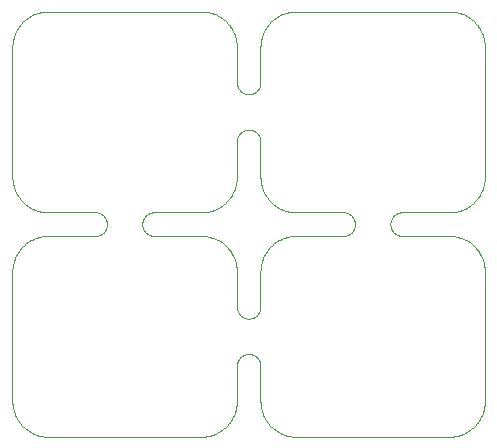
<source format=gbr>
%TF.GenerationSoftware,KiCad,Pcbnew,(6.0.9)*%
%TF.CreationDate,2022-12-07T09:24:47+01:00*%
%TF.ProjectId,NCS199A3R_test_panel,4e435331-3939-4413-9352-5f746573745f,rev?*%
%TF.SameCoordinates,Original*%
%TF.FileFunction,Profile,NP*%
%FSLAX46Y46*%
G04 Gerber Fmt 4.6, Leading zero omitted, Abs format (unit mm)*
G04 Created by KiCad (PCBNEW (6.0.9)) date 2022-12-07 09:24:47*
%MOMM*%
%LPD*%
G01*
G04 APERTURE LIST*
%TA.AperFunction,Profile*%
%ADD10C,0.100000*%
%TD*%
G04 APERTURE END LIST*
D10*
X54687662Y-49332185D02*
X54698594Y-49309899D01*
X16690100Y-34301405D02*
X16667814Y-34312337D01*
X34941423Y-40998804D02*
X34892963Y-40995229D01*
X47057874Y-33343519D02*
X47042631Y-33297380D01*
X38558032Y-15033029D02*
X38533496Y-15036788D01*
X15099253Y-36235862D02*
X15099187Y-36236107D01*
X36182731Y-30030166D02*
X36191351Y-30053443D01*
X36530880Y-16296563D02*
X36530738Y-16296773D01*
X33907034Y-17260136D02*
X33900812Y-17236107D01*
X52290873Y-34014430D02*
X52164579Y-34004812D01*
X26042631Y-32702619D02*
X26057874Y-32656480D01*
X54963170Y-17533246D02*
X54940824Y-17408574D01*
X52909836Y-15141600D02*
X52886152Y-15134169D01*
X38533496Y-34036788D02*
X38533246Y-34036829D01*
X36191442Y-16946319D02*
X36191351Y-16946556D01*
X43250549Y-32029671D02*
X43297380Y-32042631D01*
X15059223Y-29591674D02*
X15064219Y-29615988D01*
X33698594Y-16690100D02*
X33687662Y-16667814D01*
X15312451Y-49332411D02*
X15371094Y-49444677D01*
X35560012Y-21833152D02*
X35518960Y-21859148D01*
X34095053Y-25566721D02*
X34116900Y-25523318D01*
X54616738Y-35533396D02*
X54616613Y-35533176D01*
X54364479Y-49845937D02*
X54379672Y-49826309D01*
X15620327Y-30826309D02*
X15635520Y-30845937D01*
X15000160Y-17993668D02*
X15000158Y-17993794D01*
X15059223Y-48591674D02*
X15064219Y-48615988D01*
X54552228Y-16423808D02*
X54539098Y-16402743D01*
X16402743Y-50539098D02*
X16423808Y-50552228D01*
X52139283Y-31996470D02*
X52139536Y-31996460D01*
X52763892Y-15099187D02*
X52739863Y-15092965D01*
X26611144Y-32075362D02*
X26656480Y-32057874D01*
X18006333Y-34000000D02*
X18006207Y-34000000D01*
X22476681Y-32116900D02*
X22518960Y-32140851D01*
X54165420Y-15924141D02*
X54075858Y-15834579D01*
X38114090Y-50865902D02*
X38235862Y-50900746D01*
X54808648Y-16946556D02*
X54808557Y-16946319D01*
X53309671Y-31698702D02*
X53309899Y-31698594D01*
X53826309Y-31379672D02*
X53845937Y-31364479D01*
X15191442Y-49053680D02*
X15238427Y-49171303D01*
X37296773Y-34530738D02*
X37296563Y-34530880D01*
X38260136Y-50907034D02*
X38260382Y-50907095D01*
X53444677Y-15371094D02*
X53332411Y-15312451D01*
X38236107Y-50900812D02*
X38260136Y-50907034D01*
X33996460Y-17860463D02*
X33995203Y-17835673D01*
X23000000Y-33009877D02*
X22998804Y-33058576D01*
X17993794Y-31999841D02*
X18006207Y-31999999D01*
X34057874Y-25656480D02*
X34075362Y-25611144D01*
X15715882Y-49944493D02*
X15732050Y-49963327D01*
X33552228Y-49576191D02*
X33552359Y-49575974D01*
X32466603Y-15383261D02*
X32444900Y-15371214D01*
X34075362Y-40388855D02*
X34057874Y-40343519D01*
X15004796Y-36835673D02*
X15003539Y-36860463D01*
X16970071Y-15182646D02*
X16969833Y-15182731D01*
X54983036Y-48315820D02*
X54985547Y-48291125D01*
X54284280Y-49944299D02*
X54364321Y-49846136D01*
X43476681Y-33883099D02*
X43433278Y-33904946D01*
X31006205Y-50999841D02*
X31006331Y-50999839D01*
X31164579Y-50995187D02*
X31290873Y-50985569D01*
X34000000Y-18006333D02*
X33999999Y-18006207D01*
X37946556Y-31808648D02*
X37969833Y-31817268D01*
X32944493Y-15715882D02*
X32944299Y-15715719D01*
X35476681Y-25116900D02*
X35518960Y-25140851D01*
X35433278Y-44095053D02*
X35476681Y-44116900D01*
X33284117Y-30944493D02*
X33284280Y-30944299D01*
X16055700Y-34715719D02*
X16055506Y-34715882D01*
X35155262Y-25010718D02*
X35203138Y-25019025D01*
X36301297Y-49309671D02*
X36301405Y-49309899D01*
X53703436Y-31469119D02*
X53723809Y-31454939D01*
X38260136Y-31907034D02*
X38260382Y-31907095D01*
X33469261Y-49703226D02*
X33538961Y-49597469D01*
X15141679Y-29910076D02*
X15182646Y-30029928D01*
X53597469Y-34461038D02*
X53597256Y-34460901D01*
X43883099Y-32523318D02*
X43904946Y-32566721D01*
X18006333Y-32000000D02*
X22009877Y-32000000D01*
X17236107Y-50900812D02*
X17260136Y-50907034D01*
X32944299Y-34715719D02*
X32846136Y-34635678D01*
X31139536Y-15003539D02*
X31139283Y-15003529D01*
X54995187Y-48164579D02*
X54995203Y-48164326D01*
X33616738Y-49466603D02*
X33628785Y-49444900D01*
X54687662Y-35667814D02*
X54687548Y-35667588D01*
X16690328Y-34301297D02*
X16690100Y-34301405D01*
X38384011Y-31935780D02*
X38408325Y-31940776D01*
X32944493Y-34715882D02*
X32944299Y-34715719D01*
X26095053Y-33433278D02*
X26075362Y-33388855D01*
X33995203Y-48164326D02*
X33996460Y-48139536D01*
X53171303Y-15238427D02*
X53053680Y-15191442D01*
X54687548Y-16667588D02*
X54628905Y-16555322D01*
X54963211Y-36533496D02*
X54963170Y-36533246D01*
X33865902Y-17114090D02*
X33865830Y-17113847D01*
X36000000Y-25990122D02*
X36000000Y-28993666D01*
X33687548Y-30332411D02*
X33687662Y-30332185D01*
X17558032Y-31966970D02*
X17558283Y-31967005D01*
X26481039Y-32140851D02*
X26523318Y-32116900D01*
X31739617Y-50907095D02*
X31739863Y-50907034D01*
X35250549Y-40970328D02*
X35203138Y-40980974D01*
X17113847Y-31865830D02*
X17114090Y-31865902D01*
X22775278Y-32361952D02*
X22805173Y-32400259D01*
X36834402Y-50075677D02*
X36834579Y-50075858D01*
X38260382Y-34092904D02*
X38260136Y-34092965D01*
X33907095Y-36260382D02*
X33907034Y-36260136D01*
X36059175Y-17408574D02*
X36036829Y-17533246D01*
X36016992Y-36683928D02*
X36016963Y-36684179D01*
X52616236Y-34064273D02*
X52615988Y-34064219D01*
X33454792Y-35275984D02*
X33379825Y-35173893D01*
X22599740Y-32194826D02*
X22638047Y-32224721D01*
X35638047Y-25224721D02*
X35674841Y-25256460D01*
X33165597Y-50075677D02*
X33182698Y-50057686D01*
X15238427Y-30171303D02*
X15238524Y-30171537D01*
X37533176Y-50616613D02*
X37533396Y-50616738D01*
X15003529Y-36860716D02*
X15000160Y-36993668D01*
X52616236Y-31935726D02*
X52739617Y-31907095D01*
X54999999Y-28993792D02*
X55000000Y-28993666D01*
X38113847Y-34134169D02*
X38090163Y-34141600D01*
X15059175Y-48591425D02*
X15059223Y-48591674D01*
X33935726Y-29616236D02*
X33935780Y-29615988D01*
X36447640Y-30575974D02*
X36447771Y-30576191D01*
X15383261Y-30466603D02*
X15383386Y-30466823D01*
X34990122Y-41000000D02*
X34941423Y-40998804D01*
X54364321Y-16153863D02*
X54284280Y-16055700D01*
X33364479Y-30845937D02*
X33379672Y-30826309D01*
X34029671Y-21250549D02*
X34019025Y-21203138D01*
X38708874Y-34014452D02*
X38684179Y-34016963D01*
X52441716Y-50967005D02*
X52441967Y-50966970D01*
X37173893Y-50379825D02*
X37275984Y-50454792D01*
X43980974Y-32796861D02*
X43989281Y-32844737D01*
X43995229Y-32892963D02*
X43998804Y-32941423D01*
X34000000Y-21009877D02*
X34000000Y-18006333D01*
X35009877Y-25000000D02*
X35058576Y-25001195D01*
X31139283Y-50996470D02*
X31139536Y-50996460D01*
X33284280Y-35055700D02*
X33284117Y-35055506D01*
X36545060Y-35276190D02*
X36530880Y-35296563D01*
X36141679Y-48910076D02*
X36182646Y-49029928D01*
X32944299Y-15715719D02*
X32846136Y-15635678D01*
X54165597Y-31075677D02*
X54182698Y-31057686D01*
X32171303Y-34238427D02*
X32053680Y-34191442D01*
X15141600Y-17090163D02*
X15134169Y-17113847D01*
X53944299Y-15715719D02*
X53846136Y-15635678D01*
X54552359Y-16424025D02*
X54552228Y-16423808D01*
X18006333Y-15000000D02*
X18006207Y-15000000D01*
X33999841Y-29006205D02*
X33999999Y-28993792D01*
X31139536Y-34003539D02*
X31139283Y-34003529D01*
X33454939Y-35276190D02*
X33454792Y-35275984D01*
X53053443Y-15191351D02*
X53030166Y-15182731D01*
X33379825Y-49826106D02*
X33454792Y-49724015D01*
X35107036Y-44004770D02*
X35155262Y-44010718D01*
X33057686Y-31182698D02*
X33075677Y-31165597D01*
X32597256Y-34460901D02*
X32576191Y-34447771D01*
X33761572Y-49171303D02*
X33808557Y-49053680D01*
X52441967Y-34033029D02*
X52441716Y-34032994D01*
X33267781Y-30963517D02*
X33267949Y-30963327D01*
X47796861Y-33980974D02*
X47749450Y-33970328D01*
X26941423Y-33998804D02*
X26892963Y-33995229D01*
X22883099Y-33476681D02*
X22859148Y-33518960D01*
X53597469Y-15461038D02*
X53597256Y-15460901D01*
X35970328Y-44749450D02*
X35980974Y-44796861D01*
X34166847Y-21560012D02*
X34140851Y-21518960D01*
X36036829Y-29466753D02*
X36059175Y-29591425D01*
X54935726Y-29616236D02*
X54935780Y-29615988D01*
X36312337Y-16667814D02*
X36301405Y-16690100D01*
X36924322Y-50165597D02*
X36942313Y-50182698D01*
X53944299Y-34715719D02*
X53846136Y-34635678D01*
X36064219Y-29615988D02*
X36064273Y-29616236D01*
X37296773Y-15530738D02*
X37296563Y-15530880D01*
X32029928Y-50817353D02*
X32030166Y-50817268D01*
X34194826Y-40599740D02*
X34166847Y-40560012D01*
X47075362Y-32611144D02*
X47095053Y-32566721D01*
X54996470Y-29139283D02*
X54999839Y-29006331D01*
X52139283Y-34003529D02*
X52006331Y-34000160D01*
X15238524Y-49171537D02*
X15248312Y-49194347D01*
X54469261Y-35296773D02*
X54469119Y-35296563D01*
X54616613Y-16533176D02*
X54552359Y-16424025D01*
X32575974Y-15447640D02*
X32466823Y-15383386D01*
X33817353Y-49029928D02*
X33858320Y-48910076D01*
X33165420Y-50075858D02*
X33165597Y-50075677D01*
X26844737Y-33989281D02*
X26796861Y-33980974D01*
X33075677Y-50165597D02*
X33075858Y-50165420D01*
X31466503Y-15036788D02*
X31441967Y-15033029D01*
X33983007Y-36683928D02*
X33967005Y-36558283D01*
X15182646Y-16970071D02*
X15141679Y-17089923D01*
X54985547Y-17708874D02*
X54983036Y-17684179D01*
X35518960Y-44140851D02*
X35560012Y-44166847D01*
X54865902Y-48885909D02*
X54900746Y-48764137D01*
X32332411Y-31687548D02*
X32444677Y-31628905D01*
X31164326Y-34004796D02*
X31139536Y-34003539D01*
X47256460Y-33674841D02*
X47224721Y-33638047D01*
X26042631Y-33297380D02*
X26029671Y-33250549D01*
X53444677Y-31628905D02*
X53444900Y-31628785D01*
X54940824Y-29591425D02*
X54963170Y-29466753D01*
X38408325Y-31940776D02*
X38408574Y-31940824D01*
X47892963Y-33995229D02*
X47844737Y-33989281D01*
X33995187Y-48164579D02*
X33995203Y-48164326D01*
X32309671Y-15301297D02*
X32194578Y-15248415D01*
X37296563Y-50469119D02*
X37296773Y-50469261D01*
X31139283Y-34003529D02*
X31006331Y-34000160D01*
X32963517Y-15732218D02*
X32963327Y-15732050D01*
X15036829Y-48466753D02*
X15059175Y-48591425D01*
X33628905Y-30444677D02*
X33687548Y-30332411D01*
X35942125Y-40343519D02*
X35924637Y-40388855D01*
X36004796Y-17835673D02*
X36003539Y-17860463D01*
X52315820Y-31983036D02*
X52316071Y-31983007D01*
X31616236Y-50935726D02*
X31739617Y-50907095D01*
X36099187Y-29763892D02*
X36099253Y-29764137D01*
X36064273Y-48616236D02*
X36092904Y-48739617D01*
X54075677Y-50165597D02*
X54075858Y-50165420D01*
X31591674Y-50940776D02*
X31615988Y-50935780D01*
X34656480Y-40942125D02*
X34611144Y-40924637D01*
X47095053Y-33433278D02*
X47075362Y-33388855D01*
X26796861Y-32019025D02*
X26844737Y-32010718D01*
X33469119Y-49703436D02*
X33469261Y-49703226D01*
X36000000Y-47993792D02*
X36000158Y-48006205D01*
X36032994Y-48441716D02*
X36033029Y-48441967D01*
X16276190Y-15545060D02*
X16275984Y-15545207D01*
X38090163Y-50858399D02*
X38113847Y-50865830D01*
X33761475Y-35828462D02*
X33751687Y-35805652D01*
X15000158Y-48006205D02*
X15000160Y-48006331D01*
X36033029Y-29441967D02*
X36036788Y-29466503D01*
X35518960Y-40859148D02*
X35476681Y-40883099D01*
X54267781Y-30963517D02*
X54267949Y-30963327D01*
X44000000Y-33009877D02*
X43998804Y-33058576D01*
X16036672Y-31267949D02*
X16055506Y-31284117D01*
X34010718Y-21155262D02*
X34004770Y-21107036D01*
X15016963Y-17684179D02*
X15014452Y-17708874D01*
X32826309Y-50379672D02*
X32845937Y-50364479D01*
X36016963Y-29315820D02*
X36016992Y-29316071D01*
X36191442Y-35946319D02*
X36191351Y-35946556D01*
X32171537Y-34238524D02*
X32171303Y-34238427D01*
X35904946Y-40433278D02*
X35883099Y-40476681D01*
X15312337Y-16667814D02*
X15301405Y-16690100D01*
X54539098Y-35402743D02*
X54538961Y-35402530D01*
X22518960Y-33859148D02*
X22476681Y-33883099D01*
X36099253Y-48764137D02*
X36134097Y-48885909D01*
X54379672Y-35173690D02*
X54364479Y-35154062D01*
X36191351Y-16946556D02*
X36182731Y-16969833D01*
X16173690Y-15620327D02*
X16154062Y-15635520D01*
X55000000Y-47993666D02*
X55000000Y-37006333D01*
X36000158Y-36993794D02*
X36000000Y-37006207D01*
X54907034Y-17260136D02*
X54900812Y-17236107D01*
X18006207Y-50999999D02*
X18006333Y-51000000D01*
X52739863Y-31907034D02*
X52763892Y-31900812D01*
X17533246Y-34036829D02*
X17408574Y-34059175D01*
X33999999Y-47993792D02*
X34000000Y-47993666D01*
X33267949Y-30963327D02*
X33284117Y-30944493D01*
X35743539Y-25325158D02*
X35775278Y-25361952D01*
X32575974Y-31552359D02*
X32576191Y-31552228D01*
X16533396Y-15383261D02*
X16533176Y-15383386D01*
X37296563Y-31469119D02*
X37296773Y-31469261D01*
X36635520Y-16154062D02*
X36620327Y-16173690D01*
X22009877Y-32000000D02*
X22058576Y-32001195D01*
X38533496Y-50963211D02*
X38558032Y-50966970D01*
X36000000Y-21009877D02*
X35998804Y-21058576D01*
X37946319Y-31808557D02*
X37946556Y-31808648D01*
X36191351Y-49053443D02*
X36191442Y-49053680D01*
X17260382Y-15092904D02*
X17260136Y-15092965D01*
X37533176Y-34383386D02*
X37424025Y-34447640D01*
X32597469Y-15461038D02*
X32597256Y-15460901D01*
X31739863Y-50907034D02*
X31763892Y-50900812D01*
X52139536Y-50996460D02*
X52164326Y-50995203D01*
X39006333Y-32000000D02*
X43009877Y-32000000D01*
X33761475Y-16828462D02*
X33751687Y-16805652D01*
X33995187Y-36835420D02*
X33985569Y-36709126D01*
X47702619Y-33957368D02*
X47656480Y-33942125D01*
X36134169Y-48886152D02*
X36141600Y-48909836D01*
X54469119Y-49703436D02*
X54469261Y-49703226D01*
X31441967Y-31966970D02*
X31466503Y-31963211D01*
X31615988Y-31935780D02*
X31616236Y-31935726D01*
X53575974Y-34447640D02*
X53466823Y-34383386D01*
X52615988Y-34064219D02*
X52591674Y-34059223D01*
X55000000Y-28993666D02*
X55000000Y-18006333D01*
X33907034Y-29739863D02*
X33907095Y-29739617D01*
X33966970Y-29441967D02*
X33967005Y-29441716D01*
X54454792Y-49724015D02*
X54454939Y-49723809D01*
X53332185Y-50687662D02*
X53332411Y-50687548D01*
X36248415Y-49194578D02*
X36301297Y-49309671D01*
X31885909Y-31865902D02*
X31886152Y-31865830D01*
X36238427Y-16828696D02*
X36191442Y-16946319D01*
X38533496Y-15036788D02*
X38533246Y-15036829D01*
X33379825Y-35173893D02*
X33379672Y-35173690D01*
X35250549Y-25029671D02*
X35297380Y-25042631D01*
X33940824Y-17408574D02*
X33940776Y-17408325D01*
X16055700Y-50284280D02*
X16153863Y-50364321D01*
X33364479Y-49845937D02*
X33379672Y-49826309D01*
X47001195Y-32941423D02*
X47004770Y-32892963D01*
X36312451Y-49332411D02*
X36371094Y-49444677D01*
X17533246Y-31963170D02*
X17533496Y-31963211D01*
X37423808Y-50552228D02*
X37424025Y-50552359D01*
X15016992Y-29316071D02*
X15032994Y-29441716D01*
X31763892Y-34099187D02*
X31739863Y-34092965D01*
X37423808Y-31552228D02*
X37424025Y-31552359D01*
X38384011Y-50935780D02*
X38408325Y-50940776D01*
X52139536Y-31996460D02*
X52164326Y-31995203D01*
X33808648Y-16946556D02*
X33808557Y-16946319D01*
X38860716Y-50996470D02*
X38993668Y-50999839D01*
X33751584Y-30194578D02*
X33751687Y-30194347D01*
X54817353Y-35970071D02*
X54817268Y-35969833D01*
X34166847Y-40560012D02*
X34140851Y-40518960D01*
X31466503Y-31963211D02*
X31466753Y-31963170D01*
X51993792Y-15000000D02*
X51993666Y-15000000D01*
X31006205Y-34000158D02*
X30993792Y-34000000D01*
X16555099Y-15371214D02*
X16533396Y-15383261D01*
X15014452Y-48291125D02*
X15016963Y-48315820D01*
X36834579Y-34924141D02*
X36834402Y-34924322D01*
X36134097Y-29885909D02*
X36134169Y-29886152D01*
X36924322Y-15834402D02*
X36924141Y-15834579D01*
X43710033Y-32289966D02*
X43743539Y-32325158D01*
X32826106Y-50379825D02*
X32826309Y-50379672D01*
X32845937Y-15635520D02*
X32826309Y-15620327D01*
X37805652Y-15248312D02*
X37805421Y-15248415D01*
X32963517Y-34732218D02*
X32963327Y-34732050D01*
X33698594Y-35690100D02*
X33687662Y-35667814D01*
X15620327Y-16173690D02*
X15620174Y-16173893D01*
X33858320Y-48910076D02*
X33858399Y-48909836D01*
X33687548Y-49332411D02*
X33687662Y-49332185D01*
X26166847Y-33560012D02*
X26140851Y-33518960D01*
X38408574Y-15059175D02*
X38408325Y-15059223D01*
X37055700Y-31284280D02*
X37153863Y-31364321D01*
X33182871Y-15942499D02*
X33182698Y-15942313D01*
X16555099Y-50628785D02*
X16555322Y-50628905D01*
X16424025Y-50552359D02*
X16533176Y-50616613D01*
X37555322Y-34371094D02*
X37555099Y-34371214D01*
X52739617Y-31907095D02*
X52739863Y-31907034D01*
X32444900Y-15371214D02*
X32444677Y-15371094D01*
X54284117Y-30944493D02*
X54284280Y-30944299D01*
X33966970Y-17558032D02*
X33963211Y-17533496D01*
X16153863Y-34635678D02*
X16055700Y-34715719D01*
X36000000Y-28993666D02*
X36000000Y-28993792D01*
X38114090Y-31865902D02*
X38235862Y-31900746D01*
X36635678Y-30846136D02*
X36715719Y-30944299D01*
X36715719Y-30944299D02*
X36715882Y-30944493D01*
X53703226Y-31469261D02*
X53703436Y-31469119D01*
X32846136Y-31364321D02*
X32944299Y-31284280D01*
X16296563Y-15530880D02*
X16276190Y-15545060D01*
X15036829Y-36533246D02*
X15036788Y-36533496D01*
X36000000Y-47993666D02*
X36000000Y-47993792D01*
X16555099Y-34371214D02*
X16533396Y-34383261D01*
X33165597Y-31075677D02*
X33182698Y-31057686D01*
X38860463Y-15003539D02*
X38835673Y-15004796D01*
X32332185Y-15312337D02*
X32309899Y-15301405D01*
X36942313Y-31182698D02*
X36942499Y-31182871D01*
X54999999Y-18006207D02*
X54999841Y-17993794D01*
X54751687Y-16805652D02*
X54751584Y-16805421D01*
X16533396Y-31616738D02*
X16555099Y-31628785D01*
X54999841Y-29006205D02*
X54999999Y-28993792D01*
X33165597Y-15924322D02*
X33165420Y-15924141D01*
X36383261Y-35533396D02*
X36371214Y-35555099D01*
X31441967Y-50966970D02*
X31466503Y-50963211D01*
X17260382Y-50907095D02*
X17383763Y-50935726D01*
X47325158Y-33743539D02*
X47289966Y-33710033D01*
X52615988Y-31935780D02*
X52616236Y-31935726D01*
X15732050Y-49963327D02*
X15732218Y-49963517D01*
X36000158Y-48006205D02*
X36000160Y-48006331D01*
X15182731Y-16969833D02*
X15182646Y-16970071D01*
X15545207Y-49724015D02*
X15620174Y-49826106D01*
X37154062Y-31364479D02*
X37173690Y-31379672D01*
X16036482Y-50267781D02*
X16036672Y-50267949D01*
X16423808Y-34447771D02*
X16402743Y-34460901D01*
X33698594Y-49309899D02*
X33698702Y-49309671D01*
X36545060Y-49723809D02*
X36545207Y-49724015D01*
X54469119Y-30703436D02*
X54469261Y-30703226D01*
X31006331Y-34000160D02*
X31006205Y-34000158D01*
X15141600Y-36090163D02*
X15134169Y-36113847D01*
X35924637Y-25611144D02*
X35942125Y-25656480D01*
X54985569Y-29290873D02*
X54995187Y-29164579D01*
X33999839Y-36993668D02*
X33996470Y-36860716D01*
X54454939Y-35276190D02*
X54454792Y-35275984D01*
X23000000Y-32990122D02*
X23000000Y-33009877D01*
X54999841Y-17993794D02*
X54999839Y-17993668D01*
X32466823Y-34383386D02*
X32466603Y-34383261D01*
X33616738Y-30466603D02*
X33628785Y-30444900D01*
X35155262Y-44010718D02*
X35203138Y-44019025D01*
X52139536Y-34003539D02*
X52139283Y-34003529D01*
X33057500Y-31182871D02*
X33057686Y-31182698D01*
X37036482Y-15732218D02*
X36942499Y-15817128D01*
X16969833Y-31817268D02*
X16970071Y-31817353D01*
X22998804Y-32941423D02*
X23000000Y-32990122D01*
X54379825Y-49826106D02*
X54454792Y-49724015D01*
X33935780Y-29615988D02*
X33940776Y-29591674D01*
X35107036Y-21995229D02*
X35058576Y-21998804D01*
X36014452Y-17708874D02*
X36014430Y-17709126D01*
X33454792Y-30724015D02*
X33454939Y-30723809D01*
X33985569Y-17709126D02*
X33985547Y-17708874D01*
X47400259Y-32194826D02*
X47439987Y-32166847D01*
X52764137Y-31900746D02*
X52885909Y-31865902D01*
X16946319Y-31808557D02*
X16946556Y-31808648D01*
X16690328Y-15301297D02*
X16690100Y-15301405D01*
X36732050Y-30963327D02*
X36732218Y-30963517D01*
X33687662Y-49332185D02*
X33698594Y-49309899D01*
X33057686Y-15817301D02*
X33057500Y-15817128D01*
X35775278Y-40638047D02*
X35743539Y-40674841D01*
X54628785Y-35555099D02*
X54616738Y-35533396D01*
X54999839Y-36993668D02*
X54996470Y-36860716D01*
X33966970Y-36558032D02*
X33963211Y-36533496D01*
X33865902Y-48885909D02*
X33900746Y-48764137D01*
X39006333Y-34000000D02*
X39006207Y-34000000D01*
X16036482Y-15732218D02*
X15942499Y-15817128D01*
X52291125Y-15014452D02*
X52290873Y-15014430D01*
X31739617Y-31907095D02*
X31739863Y-31907034D01*
X43476681Y-32116900D02*
X43518960Y-32140851D01*
X33999839Y-29006331D02*
X33999841Y-29006205D01*
X32194578Y-50751584D02*
X32309671Y-50698702D01*
X16275984Y-50454792D02*
X16276190Y-50454939D01*
X35995229Y-25892963D02*
X35998804Y-25941423D01*
X17235862Y-15099253D02*
X17114090Y-15134097D01*
X22989281Y-32844737D02*
X22995229Y-32892963D01*
X31591425Y-31940824D02*
X31591674Y-31940776D01*
X36134169Y-29886152D02*
X36141600Y-29909836D01*
X33454792Y-16275984D02*
X33379825Y-16173893D01*
X33687662Y-35667814D02*
X33687548Y-35667588D01*
X47095053Y-32566721D02*
X47116900Y-32523318D01*
X15191351Y-30053443D02*
X15191442Y-30053680D01*
X32963327Y-31267949D02*
X32963517Y-31267781D01*
X36238524Y-49171537D02*
X36248312Y-49194347D01*
X33075858Y-31165420D02*
X33165420Y-31075858D01*
X34256460Y-21674841D02*
X34224721Y-21638047D01*
X33751584Y-16805421D02*
X33698702Y-16690328D01*
X36530738Y-30703226D02*
X36530880Y-30703436D01*
X47194826Y-33599740D02*
X47166847Y-33560012D01*
X31616236Y-34064273D02*
X31615988Y-34064219D01*
X35638047Y-40775278D02*
X35599740Y-40805173D01*
X16555322Y-34371094D02*
X16555099Y-34371214D01*
X53963327Y-31267949D02*
X53963517Y-31267781D01*
X15182731Y-35969833D02*
X15182646Y-35970071D01*
X33267949Y-16036672D02*
X33267781Y-16036482D01*
X15942313Y-34817301D02*
X15924322Y-34834402D01*
X54165420Y-50075858D02*
X54165597Y-50075677D01*
X15191442Y-35946319D02*
X15191351Y-35946556D01*
X32597469Y-50538961D02*
X32703226Y-50469261D01*
X52291125Y-34014452D02*
X52290873Y-34014430D01*
X36635520Y-30845937D02*
X36635678Y-30846136D01*
X53309671Y-34301297D02*
X53194578Y-34248415D01*
X37946319Y-34191442D02*
X37828696Y-34238427D01*
X53029928Y-15182646D02*
X52910076Y-15141679D01*
X54865830Y-36113847D02*
X54858399Y-36090163D01*
X36036788Y-48466503D02*
X36036829Y-48466753D01*
X36003539Y-17860463D02*
X36003529Y-17860716D01*
X34400259Y-40805173D02*
X34361952Y-40775278D01*
X53466823Y-50616613D02*
X53575974Y-50552359D01*
X22250549Y-32029671D02*
X22297380Y-32042631D01*
X36000160Y-29006331D02*
X36003529Y-29139283D01*
X35388855Y-25075362D02*
X35433278Y-25095053D01*
X26523318Y-32116900D02*
X26566721Y-32095053D01*
X17089923Y-31858320D02*
X17090163Y-31858399D01*
X17860463Y-34003539D02*
X17835673Y-34004796D01*
X38993668Y-50999839D02*
X38993794Y-50999841D01*
X54966970Y-29441967D02*
X54967005Y-29441716D01*
X38993668Y-31999839D02*
X38993794Y-31999841D01*
X34010718Y-44844737D02*
X34019025Y-44796861D01*
X35970328Y-40250549D02*
X35957368Y-40297380D01*
X22638047Y-32224721D02*
X22674841Y-32256460D01*
X16805421Y-50751584D02*
X16805652Y-50751687D01*
X33538961Y-16402530D02*
X33469261Y-16296773D01*
X31591425Y-34059175D02*
X31466753Y-34036829D01*
X15000000Y-37006207D02*
X15000000Y-37006333D01*
X52591674Y-15059223D02*
X52591425Y-15059175D01*
X36371094Y-30444677D02*
X36371214Y-30444900D01*
X34140851Y-21518960D02*
X34116900Y-21476681D01*
X16555322Y-15371094D02*
X16555099Y-15371214D01*
X35924637Y-21388855D02*
X35904946Y-21433278D01*
X16296773Y-34530738D02*
X16296563Y-34530880D01*
X33865830Y-29886152D02*
X33865902Y-29885909D01*
X15092904Y-48739617D02*
X15092965Y-48739863D01*
X38835420Y-15004812D02*
X38709126Y-15014430D01*
X38709126Y-50985569D02*
X38835420Y-50995187D01*
X17709126Y-15014430D02*
X17708874Y-15014452D01*
X22710033Y-32289966D02*
X22743539Y-32325158D01*
X33182871Y-50057500D02*
X33267781Y-49963517D01*
X53723809Y-15545060D02*
X53703436Y-15530880D01*
X33907095Y-48739617D02*
X33935726Y-48616236D01*
X33996460Y-36860463D02*
X33995203Y-36835673D01*
X47289966Y-33710033D02*
X47256460Y-33674841D01*
X33165420Y-34924141D02*
X33075858Y-34834579D01*
X36301405Y-49309899D02*
X36312337Y-49332185D01*
X36312337Y-30332185D02*
X36312451Y-30332411D01*
X36059223Y-48591674D02*
X36064219Y-48615988D01*
X34656480Y-21942125D02*
X34611144Y-21924637D01*
X37690100Y-15301405D02*
X37667814Y-15312337D01*
X16402530Y-50538961D02*
X16402743Y-50539098D01*
X15248415Y-49194578D02*
X15301297Y-49309671D01*
X52591425Y-31940824D02*
X52591674Y-31940776D01*
X54995187Y-29164579D02*
X54995203Y-29164326D01*
X15312451Y-30332411D02*
X15371094Y-30444677D01*
X52441967Y-15033029D02*
X52441716Y-15032994D01*
X54900746Y-17235862D02*
X54865902Y-17114090D01*
X15059175Y-36408574D02*
X15036829Y-36533246D01*
X54995203Y-48164326D02*
X54996460Y-48139536D01*
X36461038Y-35402530D02*
X36460901Y-35402743D01*
X36942499Y-34817128D02*
X36942313Y-34817301D01*
X35833152Y-21560012D02*
X35805173Y-21599740D01*
X36004796Y-29164326D02*
X36004812Y-29164579D01*
X31764137Y-34099253D02*
X31763892Y-34099187D01*
X54379825Y-30826106D02*
X54454792Y-30724015D01*
X52466503Y-15036788D02*
X52441967Y-15033029D01*
X54817268Y-16969833D02*
X54808648Y-16946556D01*
X53723809Y-31454939D02*
X53724015Y-31454792D01*
X53944299Y-50284280D02*
X53944493Y-50284117D01*
X32597469Y-31538961D02*
X32703226Y-31469261D01*
X36036829Y-48466753D02*
X36059175Y-48591425D01*
X53444900Y-15371214D02*
X53444677Y-15371094D01*
X52164326Y-15004796D02*
X52139536Y-15003539D01*
X53171303Y-31761572D02*
X53171537Y-31761475D01*
X33698702Y-35690328D02*
X33698594Y-35690100D01*
X36620327Y-30826309D02*
X36635520Y-30845937D01*
X22942125Y-32656480D02*
X22957368Y-32702619D01*
X54552359Y-30575974D02*
X54616613Y-30466823D01*
X22433278Y-33904946D02*
X22388855Y-33924637D01*
X15004796Y-48164326D02*
X15004812Y-48164579D01*
X36064219Y-17384011D02*
X36059223Y-17408325D01*
X36134097Y-48885909D02*
X36134169Y-48886152D01*
X38533246Y-31963170D02*
X38533496Y-31963211D01*
X35155262Y-21989281D02*
X35107036Y-21995229D01*
X37667814Y-50687662D02*
X37690100Y-50698594D01*
X17113847Y-15134169D02*
X17090163Y-15141600D01*
X54865830Y-29886152D02*
X54865902Y-29885909D01*
X15447771Y-30576191D02*
X15460901Y-30597256D01*
X35297380Y-25042631D02*
X35343519Y-25057874D01*
X35297380Y-40957368D02*
X35250549Y-40970328D01*
X54075858Y-50165420D02*
X54165420Y-50075858D01*
X16828462Y-15238524D02*
X16805652Y-15248312D01*
X35998804Y-44941423D02*
X36000000Y-44990122D01*
X47019025Y-33203138D02*
X47010718Y-33155262D01*
X34095053Y-44566721D02*
X34116900Y-44523318D01*
X35859148Y-21518960D02*
X35833152Y-21560012D01*
X33817353Y-16970071D02*
X33817268Y-16969833D01*
X22388855Y-32075362D02*
X22433278Y-32095053D01*
X35833152Y-25439987D02*
X35859148Y-25481039D01*
X36182731Y-35969833D02*
X36182646Y-35970071D01*
X33900812Y-29763892D02*
X33907034Y-29739863D01*
X37296773Y-50469261D02*
X37402530Y-50538961D01*
X43674841Y-32256460D02*
X43710033Y-32289966D01*
X35904946Y-25566721D02*
X35924637Y-25611144D01*
X33182871Y-34942499D02*
X33182698Y-34942313D01*
X52466503Y-31963211D02*
X52466753Y-31963170D01*
X34116900Y-44523318D02*
X34140851Y-44481039D01*
X16036672Y-34732050D02*
X16036482Y-34732218D01*
X35599740Y-21805173D02*
X35560012Y-21833152D01*
X33552359Y-30575974D02*
X33616613Y-30466823D01*
X33858399Y-29909836D02*
X33865830Y-29886152D01*
X37402743Y-31539098D02*
X37423808Y-31552228D01*
X26029671Y-32749450D02*
X26042631Y-32702619D01*
X32597256Y-15460901D02*
X32576191Y-15447771D01*
X54057686Y-15817301D02*
X54057500Y-15817128D01*
X35476681Y-44116900D02*
X35518960Y-44140851D01*
X33539098Y-35402743D02*
X33538961Y-35402530D01*
X38558283Y-50967005D02*
X38683928Y-50983007D01*
X36000160Y-36993668D02*
X36000158Y-36993794D01*
X51993666Y-34000000D02*
X47990122Y-34000000D01*
X32171537Y-31761475D02*
X32194347Y-31751687D01*
X47941423Y-33998804D02*
X47892963Y-33995229D01*
X47990122Y-32000000D02*
X51993666Y-32000000D01*
X53724015Y-50454792D02*
X53826106Y-50379825D01*
X36014430Y-29290873D02*
X36014452Y-29291125D01*
X15000158Y-17993794D02*
X15000000Y-18006207D01*
X17533496Y-50963211D02*
X17558032Y-50966970D01*
X32171303Y-50761572D02*
X32171537Y-50761475D01*
X32332185Y-34312337D02*
X32309899Y-34301405D01*
X34844737Y-44010718D02*
X34892963Y-44004770D01*
X17090163Y-31858399D02*
X17113847Y-31865830D01*
X17236107Y-15099187D02*
X17235862Y-15099253D01*
X34611144Y-21924637D02*
X34566721Y-21904946D01*
X37667814Y-34312337D02*
X37667588Y-34312451D01*
X32444677Y-34371094D02*
X32332411Y-34312451D01*
X36942313Y-15817301D02*
X36924322Y-15834402D01*
X47000000Y-32990122D02*
X47001195Y-32941423D01*
X32575974Y-34447640D02*
X32466823Y-34383386D01*
X30993666Y-15000000D02*
X18006333Y-15000000D01*
X16402530Y-15461038D02*
X16296773Y-15530738D01*
X47361952Y-32224721D02*
X47400259Y-32194826D01*
X36620174Y-16173893D02*
X36545207Y-16275984D01*
X15141600Y-29909836D02*
X15141679Y-29910076D01*
X15092904Y-36260382D02*
X15064273Y-36383763D01*
X33761475Y-30171537D02*
X33761572Y-30171303D01*
X43859148Y-33518960D02*
X43833152Y-33560012D01*
X34439987Y-25166847D02*
X34481039Y-25140851D01*
X47702619Y-32042631D02*
X47749450Y-32029671D01*
X15447771Y-16423808D02*
X15447640Y-16424025D01*
X34702619Y-21957368D02*
X34656480Y-21942125D01*
X43995229Y-33107036D02*
X43989281Y-33155262D01*
X16667814Y-50687662D02*
X16690100Y-50698594D01*
X38558283Y-34032994D02*
X38558032Y-34033029D01*
X38558032Y-31966970D02*
X38558283Y-31967005D01*
X52909836Y-31858399D02*
X52910076Y-31858320D01*
X43433278Y-33904946D02*
X43388855Y-33924637D01*
X17235862Y-34099253D02*
X17114090Y-34134097D01*
X36014430Y-48290873D02*
X36014452Y-48291125D01*
X35883099Y-21476681D02*
X35859148Y-21518960D01*
X53466603Y-15383261D02*
X53444900Y-15371214D01*
X33808648Y-49053443D02*
X33817268Y-49030166D01*
X32309671Y-50698702D02*
X32309899Y-50698594D01*
X52316071Y-31983007D02*
X52441716Y-31967005D01*
X33983007Y-17683928D02*
X33967005Y-17558283D01*
X26140851Y-32481039D02*
X26166847Y-32439987D01*
X54999841Y-36993794D02*
X54999839Y-36993668D01*
X33057500Y-34817128D02*
X32963517Y-34732218D01*
X38835673Y-50995203D02*
X38860463Y-50996460D01*
X17533246Y-50963170D02*
X17533496Y-50963211D01*
X36092904Y-29739617D02*
X36092965Y-29739863D01*
X34481039Y-21859148D02*
X34439987Y-21833152D01*
X15530738Y-49703226D02*
X15530880Y-49703436D01*
X32703436Y-50469119D02*
X32723809Y-50454939D01*
X43989281Y-33155262D02*
X43980974Y-33203138D01*
X31910076Y-50858320D02*
X32029928Y-50817353D01*
X16154062Y-34635520D02*
X16153863Y-34635678D01*
X26990122Y-34000000D02*
X26941423Y-33998804D01*
X15371214Y-16555099D02*
X15371094Y-16555322D01*
X54538961Y-49597469D02*
X54539098Y-49597256D01*
X34941423Y-21998804D02*
X34892963Y-21995229D01*
X53194347Y-50751687D02*
X53194578Y-50751584D01*
X22970328Y-32749450D02*
X22980974Y-32796861D01*
X15620327Y-35173690D02*
X15620174Y-35173893D01*
X36371214Y-30444900D02*
X36383261Y-30466603D01*
X33469119Y-16296563D02*
X33454939Y-16276190D01*
X15064219Y-29615988D02*
X15064273Y-29616236D01*
X37828462Y-34238524D02*
X37805652Y-34248312D01*
X54075858Y-15834579D02*
X54075677Y-15834402D01*
X37690100Y-34301405D02*
X37667814Y-34312337D01*
X54616738Y-16533396D02*
X54616613Y-16533176D01*
X15134097Y-29885909D02*
X15134169Y-29886152D01*
X36635520Y-49845937D02*
X36635678Y-49846136D01*
X34400259Y-44194826D02*
X34439987Y-44166847D01*
X15238524Y-30171537D02*
X15248312Y-30194347D01*
X33817268Y-16969833D02*
X33808648Y-16946556D01*
X35833152Y-40560012D02*
X35805173Y-40599740D01*
X38835420Y-31995187D02*
X38835673Y-31995203D01*
X43805173Y-33599740D02*
X43775278Y-33638047D01*
X26523318Y-33883099D02*
X26481039Y-33859148D01*
X53575974Y-31552359D02*
X53576191Y-31552228D01*
X43297380Y-33957368D02*
X43250549Y-33970328D01*
X15942499Y-31182871D02*
X16036482Y-31267781D01*
X33999841Y-48006205D02*
X33999999Y-47993792D01*
X35970328Y-25749450D02*
X35980974Y-25796861D01*
X15545060Y-49723809D02*
X15545207Y-49724015D01*
X47611144Y-32075362D02*
X47656480Y-32057874D01*
X35343519Y-25057874D02*
X35388855Y-25075362D01*
X52591674Y-31940776D02*
X52615988Y-31935780D01*
X38090163Y-34141600D02*
X38089923Y-34141679D01*
X34566721Y-40904946D02*
X34523318Y-40883099D01*
X53963327Y-15732050D02*
X53944493Y-15715882D01*
X38993794Y-50999841D02*
X39006207Y-50999999D01*
X43388855Y-32075362D02*
X43433278Y-32095053D01*
X37055506Y-31284117D02*
X37055700Y-31284280D01*
X17835420Y-15004812D02*
X17709126Y-15014430D01*
X15924141Y-15834579D02*
X15834579Y-15924141D01*
X52164579Y-31995187D02*
X52290873Y-31985569D01*
X53826106Y-31379825D02*
X53826309Y-31379672D01*
X16402530Y-34461038D02*
X16296773Y-34530738D01*
X54698702Y-30309671D02*
X54751584Y-30194578D01*
X36460901Y-16402743D02*
X36447771Y-16423808D01*
X37667814Y-15312337D02*
X37667588Y-15312451D01*
X33985569Y-48290873D02*
X33995187Y-48164579D01*
X35599740Y-25194826D02*
X35638047Y-25224721D01*
X22989281Y-33155262D02*
X22980974Y-33203138D01*
X17113847Y-50865830D02*
X17114090Y-50865902D01*
X36635678Y-49846136D02*
X36715719Y-49944299D01*
X36000158Y-29006205D02*
X36000160Y-29006331D01*
X15312337Y-49332185D02*
X15312451Y-49332411D01*
X33698702Y-30309671D02*
X33751584Y-30194578D01*
X54935780Y-36384011D02*
X54935726Y-36383763D01*
X53444677Y-50628905D02*
X53444900Y-50628785D01*
X15016992Y-17683928D02*
X15016963Y-17684179D01*
X36545207Y-49724015D02*
X36620174Y-49826106D01*
X52291125Y-50985547D02*
X52315820Y-50983036D01*
X54751584Y-30194578D02*
X54751687Y-30194347D01*
X35743539Y-21674841D02*
X35710033Y-21710033D01*
X43710033Y-33710033D02*
X43674841Y-33743539D01*
X17114090Y-31865902D02*
X17235862Y-31900746D01*
X37173893Y-31379825D02*
X37275984Y-31454792D01*
X53826106Y-15620174D02*
X53724015Y-15545207D01*
X31316071Y-31983007D02*
X31441716Y-31967005D01*
X53963517Y-50267781D02*
X54057500Y-50182871D01*
X16402743Y-15460901D02*
X16402530Y-15461038D01*
X34702619Y-40957368D02*
X34656480Y-40942125D01*
X34481039Y-44140851D02*
X34523318Y-44116900D01*
X22599740Y-33805173D02*
X22560012Y-33833152D01*
X36238524Y-30171537D02*
X36248312Y-30194347D01*
X43560012Y-32166847D02*
X43599740Y-32194826D01*
X54996460Y-48139536D02*
X54996470Y-48139283D01*
X30993792Y-50999999D02*
X31006205Y-50999841D01*
X22155262Y-33989281D02*
X22107036Y-33995229D01*
X17533246Y-15036829D02*
X17408574Y-15059175D01*
X38090163Y-15141600D02*
X38089923Y-15141679D01*
X16805652Y-50751687D02*
X16828462Y-50761475D01*
X53332185Y-31687662D02*
X53332411Y-31687548D01*
X15033029Y-17558032D02*
X15032994Y-17558283D01*
X32466823Y-50616613D02*
X32575974Y-50552359D01*
X37402530Y-15461038D02*
X37296773Y-15530738D01*
X17835673Y-15004796D02*
X17835420Y-15004812D01*
X54538961Y-16402530D02*
X54469261Y-16296773D01*
X31006205Y-31999841D02*
X31006331Y-31999839D01*
X35924637Y-40388855D02*
X35904946Y-40433278D01*
X55000000Y-18006333D02*
X54999999Y-18006207D01*
X54858399Y-48909836D02*
X54865830Y-48886152D01*
X53053680Y-15191442D02*
X53053443Y-15191351D01*
X38835673Y-31995203D02*
X38860463Y-31996460D01*
X37533396Y-34383261D02*
X37533176Y-34383386D01*
X52006331Y-31999839D02*
X52139283Y-31996470D01*
X52885909Y-50865902D02*
X52886152Y-50865830D01*
X37036672Y-50267949D02*
X37055506Y-50284117D01*
X22203138Y-32019025D02*
X22250549Y-32029671D01*
X53703226Y-50469261D02*
X53703436Y-50469119D01*
X34001195Y-25941423D02*
X34004770Y-25892963D01*
X33983036Y-17684179D02*
X33983007Y-17683928D01*
X30993666Y-51000000D02*
X30993792Y-50999999D01*
X34000000Y-37006333D02*
X33999999Y-37006207D01*
X15715882Y-30944493D02*
X15732050Y-30963327D01*
X15530880Y-16296563D02*
X15530738Y-16296773D01*
X33075858Y-15834579D02*
X33075677Y-15834402D01*
X54057500Y-31182871D02*
X54057686Y-31182698D01*
X54284280Y-30944299D02*
X54364321Y-30846136D01*
X34941423Y-25001195D02*
X34990122Y-25000000D01*
X22433278Y-32095053D02*
X22476681Y-32116900D01*
X52316071Y-15016992D02*
X52315820Y-15016963D01*
X37055700Y-34715719D02*
X37055506Y-34715882D01*
X33469261Y-30703226D02*
X33538961Y-30597469D01*
X33907095Y-17260382D02*
X33907034Y-17260136D01*
X43058576Y-32001195D02*
X43107036Y-32004770D01*
X47523318Y-32116900D02*
X47566721Y-32095053D01*
X38260382Y-50907095D02*
X38383763Y-50935726D01*
X33538961Y-49597469D02*
X33539098Y-49597256D01*
X52763892Y-50900812D02*
X52764137Y-50900746D01*
X33469261Y-16296773D02*
X33469119Y-16296563D01*
X35995229Y-21107036D02*
X35989281Y-21155262D01*
X43957368Y-33297380D02*
X43942125Y-33343519D01*
X33552228Y-35423808D02*
X33539098Y-35402743D01*
X47140851Y-33518960D02*
X47116900Y-33476681D01*
X16533176Y-15383386D02*
X16424025Y-15447640D01*
X37154062Y-34635520D02*
X37153863Y-34635678D01*
X34400259Y-25194826D02*
X34439987Y-25166847D01*
X38684179Y-31983036D02*
X38708874Y-31985547D01*
X36238524Y-35828462D02*
X36238427Y-35828696D01*
X15032994Y-36558283D02*
X15016992Y-36683928D01*
X15248312Y-30194347D02*
X15248415Y-30194578D01*
X37154062Y-50364479D02*
X37173690Y-50379672D01*
X36371094Y-35555322D02*
X36312451Y-35667588D01*
X16667814Y-34312337D02*
X16667588Y-34312451D01*
X17383763Y-50935726D02*
X17384011Y-50935780D01*
X34042631Y-25702619D02*
X34057874Y-25656480D01*
X37667588Y-15312451D02*
X37555322Y-15371094D01*
X15000000Y-18006207D02*
X15000000Y-18006333D01*
X26194826Y-33599740D02*
X26166847Y-33560012D01*
X31441716Y-15032994D02*
X31316071Y-15016992D01*
X54469119Y-16296563D02*
X54454939Y-16276190D01*
X38709126Y-34014430D02*
X38708874Y-34014452D01*
X31441716Y-50967005D02*
X31441967Y-50966970D01*
X33985569Y-29290873D02*
X33995187Y-29164579D01*
X33182698Y-34942313D02*
X33165597Y-34924322D01*
X33379825Y-30826106D02*
X33454792Y-30724015D01*
X15036829Y-29466753D02*
X15059175Y-29591425D01*
X33985547Y-48291125D02*
X33985569Y-48290873D01*
X38235862Y-50900746D02*
X38236107Y-50900812D01*
X54454939Y-49723809D02*
X54469119Y-49703436D01*
X26075362Y-33388855D02*
X26057874Y-33343519D01*
X53029928Y-34182646D02*
X52910076Y-34141679D01*
X31886152Y-50865830D02*
X31909836Y-50858399D01*
X15715719Y-30944299D02*
X15715882Y-30944493D01*
X54751687Y-49194347D02*
X54761475Y-49171537D01*
X53575974Y-50552359D02*
X53576191Y-50552228D01*
X53576191Y-34447771D02*
X53575974Y-34447640D01*
X36312451Y-16667588D02*
X36312337Y-16667814D01*
X31739863Y-34092965D02*
X31739617Y-34092904D01*
X32309899Y-34301405D02*
X32309671Y-34301297D01*
X36620327Y-35173690D02*
X36620174Y-35173893D01*
X33751687Y-16805652D02*
X33751584Y-16805421D01*
X31466503Y-50963211D02*
X31466753Y-50963170D01*
X16276190Y-50454939D02*
X16296563Y-50469119D01*
X30993666Y-34000000D02*
X26990122Y-34000000D01*
X22388855Y-33924637D02*
X22343519Y-33942125D01*
X26019025Y-33203138D02*
X26010718Y-33155262D01*
X17384011Y-31935780D02*
X17408325Y-31940776D01*
X26749450Y-32029671D02*
X26796861Y-32019025D01*
X36715719Y-16055700D02*
X36635678Y-16153863D01*
X15817128Y-34942499D02*
X15732218Y-35036482D01*
X52615988Y-50935780D02*
X52616236Y-50935726D01*
X31910076Y-34141679D02*
X31909836Y-34141600D01*
X33967005Y-17558283D02*
X33966970Y-17558032D01*
X26289966Y-32289966D02*
X26325158Y-32256460D01*
X16423808Y-15447771D02*
X16402743Y-15460901D01*
X53846136Y-15635678D02*
X53845937Y-15635520D01*
X15000000Y-28993792D02*
X15000158Y-29006205D01*
X32194347Y-31751687D02*
X32194578Y-31751584D01*
X33995203Y-29164326D02*
X33996460Y-29139536D01*
X36924141Y-31165420D02*
X36924322Y-31165597D01*
X34057874Y-21343519D02*
X34042631Y-21297380D01*
X31291125Y-34014452D02*
X31290873Y-34014430D01*
X43775278Y-33638047D02*
X43743539Y-33674841D01*
X37946556Y-15191351D02*
X37946319Y-15191442D01*
X33698702Y-49309671D02*
X33751584Y-49194578D01*
X35009877Y-44000000D02*
X35058576Y-44001195D01*
X16970071Y-50817353D02*
X17089923Y-50858320D01*
X33940824Y-29591425D02*
X33963170Y-29466753D01*
X38993794Y-31999841D02*
X39006207Y-31999999D01*
X52315820Y-34016963D02*
X52291125Y-34014452D01*
X37055506Y-15715882D02*
X37036672Y-15732050D01*
X15014430Y-17709126D02*
X15004812Y-17835420D01*
X33761572Y-16828696D02*
X33761475Y-16828462D01*
X15064273Y-17383763D02*
X15064219Y-17384011D01*
X36715882Y-35055506D02*
X36715719Y-35055700D01*
X54858320Y-29910076D02*
X54858399Y-29909836D01*
X43970328Y-33250549D02*
X43957368Y-33297380D01*
X37036672Y-31267949D02*
X37055506Y-31284117D01*
X22775278Y-33638047D02*
X22743539Y-33674841D01*
X33817353Y-30029928D02*
X33858320Y-29910076D01*
X53332185Y-15312337D02*
X53309899Y-15301405D01*
X37690328Y-15301297D02*
X37690100Y-15301405D01*
X32466603Y-31616738D02*
X32466823Y-31616613D01*
X32332411Y-34312451D02*
X32332185Y-34312337D01*
X53846136Y-50364321D02*
X53944299Y-50284280D01*
X15000160Y-36993668D02*
X15000158Y-36993794D01*
X54552359Y-35424025D02*
X54552228Y-35423808D01*
X52910076Y-34141679D02*
X52909836Y-34141600D01*
X33967005Y-29441716D02*
X33983007Y-29316071D01*
X33379672Y-30826309D02*
X33379825Y-30826106D01*
X54267949Y-16036672D02*
X54267781Y-16036482D01*
X53846136Y-34635678D02*
X53845937Y-34635520D01*
X18006207Y-34000000D02*
X17993794Y-34000158D01*
X15003529Y-48139283D02*
X15003539Y-48139536D01*
X47029671Y-33250549D02*
X47019025Y-33203138D01*
X15016963Y-29315820D02*
X15016992Y-29316071D01*
X26256460Y-32325158D02*
X26289966Y-32289966D01*
X54858320Y-36089923D02*
X54817353Y-35970071D01*
X34749450Y-25029671D02*
X34796861Y-25019025D01*
X53963517Y-34732218D02*
X53963327Y-34732050D01*
X15000000Y-47993666D02*
X15000000Y-47993792D01*
X38113847Y-15134169D02*
X38090163Y-15141600D01*
X32171537Y-15238524D02*
X32171303Y-15238427D01*
X53030166Y-15182731D02*
X53029928Y-15182646D01*
X15301405Y-35690100D02*
X15301297Y-35690328D01*
X54966970Y-17558032D02*
X54963211Y-17533496D01*
X33454939Y-30723809D02*
X33469119Y-30703436D01*
X33057686Y-34817301D02*
X33057500Y-34817128D01*
X15635520Y-30845937D02*
X15635678Y-30846136D01*
X15301297Y-35690328D02*
X15248415Y-35805421D01*
X16173893Y-34620174D02*
X16173690Y-34620327D01*
X26224721Y-33638047D02*
X26194826Y-33599740D01*
X54817268Y-30030166D02*
X54817353Y-30029928D01*
X32444677Y-15371094D02*
X32332411Y-15312451D01*
X54284117Y-35055506D02*
X54267949Y-35036672D01*
X54999839Y-48006331D02*
X54999841Y-48006205D01*
X16533176Y-31616613D02*
X16533396Y-31616738D01*
X34844737Y-25010718D02*
X34892963Y-25004770D01*
X54182871Y-34942499D02*
X54182698Y-34942313D01*
X35433278Y-21904946D02*
X35388855Y-21924637D01*
X54616613Y-30466823D02*
X54616738Y-30466603D01*
X17683928Y-34016992D02*
X17558283Y-34032994D01*
X38860463Y-50996460D02*
X38860716Y-50996470D01*
X31164326Y-31995203D02*
X31164579Y-31995187D01*
X38236107Y-34099187D02*
X38235862Y-34099253D01*
X53576191Y-50552228D02*
X53597256Y-50539098D01*
X35957368Y-40297380D02*
X35942125Y-40343519D01*
X32053680Y-50808557D02*
X32171303Y-50761572D01*
X33900746Y-48764137D02*
X33900812Y-48763892D01*
X32724015Y-31454792D02*
X32826106Y-31379825D01*
X33616613Y-16533176D02*
X33552359Y-16424025D01*
X22904946Y-33433278D02*
X22883099Y-33476681D01*
X16969833Y-15182731D02*
X16946556Y-15191351D01*
X33364321Y-35153863D02*
X33284280Y-35055700D01*
X17113847Y-34134169D02*
X17090163Y-34141600D01*
X37154062Y-15635520D02*
X37153863Y-15635678D01*
X31315820Y-50983036D02*
X31316071Y-50983007D01*
X37970071Y-31817353D02*
X38089923Y-31858320D01*
X33616613Y-49466823D02*
X33616738Y-49466603D01*
X33808557Y-35946319D02*
X33761572Y-35828696D01*
X33469119Y-35296563D02*
X33454939Y-35276190D01*
X17090163Y-34141600D02*
X17089923Y-34141679D01*
X34075362Y-21388855D02*
X34057874Y-21343519D01*
X37667588Y-34312451D02*
X37555322Y-34371094D01*
X32332185Y-50687662D02*
X32332411Y-50687548D01*
X16946319Y-15191442D02*
X16828696Y-15238427D01*
X37805652Y-31751687D02*
X37828462Y-31761475D01*
X54379672Y-16173690D02*
X54364479Y-16154062D01*
X15312337Y-30332185D02*
X15312451Y-30332411D01*
X53444677Y-34371094D02*
X53332411Y-34312451D01*
X34075362Y-44611144D02*
X34095053Y-44566721D01*
X15064273Y-48616236D02*
X15092904Y-48739617D01*
X35476681Y-40883099D02*
X35433278Y-40904946D01*
X36834579Y-50075858D02*
X36924141Y-50165420D01*
X34256460Y-40674841D02*
X34224721Y-40638047D01*
X15036788Y-48466503D02*
X15036829Y-48466753D01*
X34001195Y-40058576D02*
X34000000Y-40009877D01*
X52006331Y-34000160D02*
X52006205Y-34000158D01*
X43833152Y-33560012D02*
X43805173Y-33599740D01*
X53332411Y-31687548D02*
X53444677Y-31628905D01*
X54267949Y-35036672D02*
X54267781Y-35036482D01*
X36942499Y-15817128D02*
X36942313Y-15817301D01*
X37036482Y-34732218D02*
X36942499Y-34817128D01*
X32723809Y-15545060D02*
X32703436Y-15530880D01*
X52616236Y-50935726D02*
X52739617Y-50907095D01*
X54940776Y-48591674D02*
X54940824Y-48591425D01*
X33538961Y-35402530D02*
X33469261Y-35296773D01*
X34325158Y-40743539D02*
X34289966Y-40710033D01*
X22107036Y-33995229D02*
X22058576Y-33998804D01*
X26702619Y-33957368D02*
X26656480Y-33942125D01*
X15461038Y-35402530D02*
X15460901Y-35402743D01*
X43599740Y-33805173D02*
X43560012Y-33833152D01*
X16970071Y-31817353D02*
X17089923Y-31858320D01*
X15003539Y-17860463D02*
X15003529Y-17860716D01*
X26224721Y-32361952D02*
X26256460Y-32325158D01*
X54995203Y-36835673D02*
X54995187Y-36835420D01*
X38684179Y-34016963D02*
X38683928Y-34016992D01*
X32826309Y-15620327D02*
X32826106Y-15620174D01*
X15238427Y-16828696D02*
X15191442Y-16946319D01*
X53826106Y-50379825D02*
X53826309Y-50379672D01*
X34289966Y-40710033D02*
X34256460Y-40674841D01*
X36383386Y-35533176D02*
X36383261Y-35533396D01*
X35560012Y-40833152D02*
X35518960Y-40859148D01*
X16055506Y-31284117D02*
X16055700Y-31284280D01*
X53703436Y-15530880D02*
X53703226Y-15530738D01*
X32444900Y-50628785D02*
X32466603Y-50616738D01*
X34796861Y-25019025D02*
X34844737Y-25010718D01*
X36004812Y-48164579D02*
X36014430Y-48290873D01*
X54698702Y-49309671D02*
X54751584Y-49194578D01*
X26001195Y-32941423D02*
X26004770Y-32892963D01*
X54469261Y-30703226D02*
X54538961Y-30597469D01*
X15191351Y-49053443D02*
X15191442Y-49053680D01*
X15033029Y-48441967D02*
X15036788Y-48466503D01*
X32597256Y-31539098D02*
X32597469Y-31538961D01*
X17090163Y-50858399D02*
X17113847Y-50865830D01*
X38089923Y-31858320D02*
X38090163Y-31858399D01*
X54935726Y-36383763D02*
X54907095Y-36260382D01*
X16402743Y-34460901D02*
X16402530Y-34461038D01*
X15238427Y-49171303D02*
X15238524Y-49171537D01*
X33865830Y-36113847D02*
X33858399Y-36090163D01*
X32703226Y-15530738D02*
X32597469Y-15461038D01*
X15032994Y-48441716D02*
X15033029Y-48441967D01*
X15301405Y-49309899D02*
X15312337Y-49332185D01*
X36000000Y-18006207D02*
X36000000Y-18006333D01*
X37055700Y-15715719D02*
X37055506Y-15715882D01*
X54967005Y-17558283D02*
X54966970Y-17558032D01*
X54182871Y-15942499D02*
X54182698Y-15942313D01*
X34116900Y-40476681D02*
X34095053Y-40433278D01*
X26656480Y-33942125D02*
X26611144Y-33924637D01*
X22883099Y-32523318D02*
X22904946Y-32566721D01*
X16036482Y-34732218D02*
X15942499Y-34817128D01*
X36000158Y-17993794D02*
X36000000Y-18006207D01*
X22203138Y-33980974D02*
X22155262Y-33989281D01*
X17684179Y-34016963D02*
X17683928Y-34016992D01*
X33907034Y-48739863D02*
X33907095Y-48739617D01*
X34000000Y-40009877D02*
X34000000Y-37006333D01*
X37690328Y-50698702D02*
X37805421Y-50751584D01*
X16555322Y-50628905D02*
X16667588Y-50687548D01*
X43833152Y-32439987D02*
X43859148Y-32481039D01*
X16828696Y-31761572D02*
X16946319Y-31808557D01*
X33751687Y-35805652D02*
X33751584Y-35805421D01*
X37153863Y-31364321D02*
X37154062Y-31364479D01*
X34000000Y-47993666D02*
X34000000Y-44990122D01*
X31466753Y-50963170D02*
X31591425Y-50940824D01*
X36447771Y-16423808D02*
X36447640Y-16424025D01*
X15301405Y-30309899D02*
X15312337Y-30332185D01*
X15141679Y-17089923D02*
X15141600Y-17090163D01*
X34004770Y-44892963D02*
X34010718Y-44844737D01*
X36036829Y-36533246D02*
X36036788Y-36533496D01*
X33761572Y-30171303D02*
X33808557Y-30053680D01*
X33364321Y-49846136D02*
X33364479Y-49845937D01*
X53466823Y-31616613D02*
X53575974Y-31552359D01*
X32724015Y-15545207D02*
X32723809Y-15545060D01*
X17993668Y-31999839D02*
X17993794Y-31999841D01*
X36620174Y-30826106D02*
X36620327Y-30826309D01*
X37828462Y-31761475D02*
X37828696Y-31761572D01*
X53723809Y-50454939D02*
X53724015Y-50454792D01*
X54075858Y-34834579D02*
X54075677Y-34834402D01*
X34057874Y-40343519D02*
X34042631Y-40297380D01*
X34523318Y-44116900D02*
X34566721Y-44095053D01*
X31909836Y-15141600D02*
X31886152Y-15134169D01*
X54454792Y-30724015D02*
X54454939Y-30723809D01*
X38709126Y-15014430D02*
X38708874Y-15014452D01*
X36099253Y-36235862D02*
X36099187Y-36236107D01*
X16173690Y-31379672D02*
X16173893Y-31379825D01*
X17558283Y-34032994D02*
X17558032Y-34033029D01*
X22638047Y-33775278D02*
X22599740Y-33805173D01*
X53171303Y-34238427D02*
X53053680Y-34191442D01*
X36248415Y-16805421D02*
X36248312Y-16805652D01*
X47439987Y-33833152D02*
X47400259Y-33805173D01*
X33454792Y-49724015D02*
X33454939Y-49723809D01*
X15461038Y-16402530D02*
X15460901Y-16402743D01*
X52441967Y-31966970D02*
X52466503Y-31963211D01*
X15942313Y-15817301D02*
X15924322Y-15834402D01*
X15942499Y-34817128D02*
X15942313Y-34817301D01*
X54364321Y-30846136D02*
X54364479Y-30845937D01*
X34000000Y-25990122D02*
X34001195Y-25941423D01*
X33267781Y-35036482D02*
X33182871Y-34942499D01*
X54539098Y-16402743D02*
X54538961Y-16402530D01*
X54907095Y-36260382D02*
X54907034Y-36260136D01*
X22942125Y-33343519D02*
X22924637Y-33388855D01*
X53576191Y-15447771D02*
X53575974Y-15447640D01*
X16296563Y-50469119D02*
X16296773Y-50469261D01*
X33284280Y-16055700D02*
X33284117Y-16055506D01*
X15460901Y-16402743D02*
X15447771Y-16423808D01*
X36003529Y-29139283D02*
X36003539Y-29139536D01*
X15134097Y-17114090D02*
X15099253Y-17235862D01*
X15371094Y-35555322D02*
X15312451Y-35667588D01*
X36383261Y-49466603D02*
X36383386Y-49466823D01*
X33165597Y-34924322D02*
X33165420Y-34924141D01*
X32826106Y-15620174D02*
X32724015Y-15545207D01*
X33963170Y-48466753D02*
X33963211Y-48466503D01*
X26325158Y-33743539D02*
X26289966Y-33710033D01*
X16296563Y-34530880D02*
X16276190Y-34545060D01*
X34116900Y-21476681D02*
X34095053Y-21433278D01*
X47057874Y-32656480D02*
X47075362Y-32611144D01*
X47749450Y-33970328D02*
X47702619Y-33957368D01*
X15530880Y-30703436D02*
X15545060Y-30723809D01*
X31616236Y-31935726D02*
X31739617Y-31907095D01*
X26075362Y-32611144D02*
X26095053Y-32566721D01*
X15000000Y-18006333D02*
X15000000Y-28993666D01*
X36817128Y-34942499D02*
X36732218Y-35036482D01*
X34481039Y-25140851D02*
X34523318Y-25116900D01*
X52885909Y-15134097D02*
X52764137Y-15099253D01*
X31591674Y-34059223D02*
X31591425Y-34059175D01*
X35710033Y-25289966D02*
X35743539Y-25325158D01*
X33985569Y-36709126D02*
X33985547Y-36708874D01*
X15000160Y-29006331D02*
X15003529Y-29139283D01*
X36059175Y-29591425D02*
X36059223Y-29591674D01*
X47000000Y-33009877D02*
X47000000Y-32990122D01*
X26095053Y-32566721D02*
X26116900Y-32523318D01*
X36033029Y-48441967D02*
X36036788Y-48466503D01*
X37276190Y-34545060D02*
X37275984Y-34545207D01*
X35388855Y-21924637D02*
X35343519Y-21942125D01*
X15371214Y-35555099D02*
X15371094Y-35555322D01*
X36383386Y-16533176D02*
X36383261Y-16533396D01*
X34004770Y-40107036D02*
X34001195Y-40058576D01*
X37533396Y-15383261D02*
X37533176Y-15383386D01*
X36033029Y-36558032D02*
X36032994Y-36558283D01*
X15530738Y-35296773D02*
X15461038Y-35402530D01*
X36092904Y-17260382D02*
X36064273Y-17383763D01*
X17235862Y-50900746D02*
X17236107Y-50900812D01*
X34611144Y-40924637D02*
X34566721Y-40904946D01*
X36301405Y-35690100D02*
X36301297Y-35690328D01*
X36371214Y-35555099D02*
X36371094Y-35555322D01*
X53332411Y-34312451D02*
X53332185Y-34312337D01*
X38708874Y-50985547D02*
X38709126Y-50985569D01*
X18006207Y-15000000D02*
X17993794Y-15000158D01*
X47004770Y-33107036D02*
X47001195Y-33058576D01*
X54967005Y-48441716D02*
X54983007Y-48316071D01*
X16805652Y-15248312D02*
X16805652Y-15248312D01*
X54907034Y-48739863D02*
X54907095Y-48739617D01*
X35998804Y-25941423D02*
X36000000Y-25990122D01*
X32053443Y-50808648D02*
X32053680Y-50808557D01*
X54935780Y-17384011D02*
X54935726Y-17383763D01*
X33935780Y-36384011D02*
X33935726Y-36383763D01*
X15447640Y-30575974D02*
X15447771Y-30576191D01*
X33983007Y-48316071D02*
X33983036Y-48315820D01*
X33996460Y-29139536D02*
X33996470Y-29139283D01*
X17260136Y-34092965D02*
X17236107Y-34099187D01*
X33900812Y-36236107D02*
X33900746Y-36235862D01*
X52886152Y-34134169D02*
X52885909Y-34134097D01*
X17993668Y-34000160D02*
X17860716Y-34003529D01*
X37555322Y-31628905D02*
X37667588Y-31687548D01*
X34004770Y-25892963D02*
X34010718Y-25844737D01*
X36924322Y-31165597D02*
X36942313Y-31182698D01*
X36924141Y-34834579D02*
X36834579Y-34924141D01*
X37424025Y-50552359D02*
X37533176Y-50616613D01*
X33751584Y-49194578D02*
X33751687Y-49194347D01*
X54808648Y-30053443D02*
X54817268Y-30030166D01*
X32963327Y-15732050D02*
X32944493Y-15715882D01*
X15092904Y-29739617D02*
X15092965Y-29739863D01*
X53029928Y-50817353D02*
X53030166Y-50817268D01*
X52739863Y-34092965D02*
X52739617Y-34092904D01*
X17260136Y-31907034D02*
X17260382Y-31907095D01*
X16946556Y-31808648D02*
X16969833Y-31817268D01*
X17384011Y-15064219D02*
X17383763Y-15064273D01*
X32575974Y-50552359D02*
X32576191Y-50552228D01*
X54900812Y-17236107D02*
X54900746Y-17235862D01*
X16276190Y-31454939D02*
X16296563Y-31469119D01*
X53194578Y-50751584D02*
X53309671Y-50698702D01*
X31763892Y-15099187D02*
X31739863Y-15092965D01*
X38533246Y-34036829D02*
X38408574Y-34059175D01*
X22970328Y-33250549D02*
X22957368Y-33297380D01*
X36059175Y-36408574D02*
X36036829Y-36533246D01*
X54967005Y-29441716D02*
X54983007Y-29316071D01*
X53332185Y-34312337D02*
X53309899Y-34301405D01*
X54985547Y-29291125D02*
X54985569Y-29290873D01*
X36312337Y-49332185D02*
X36312451Y-49332411D01*
X54858320Y-17089923D02*
X54817353Y-16970071D01*
X22957368Y-33297380D02*
X22942125Y-33343519D01*
X52164579Y-34004812D02*
X52164326Y-34004796D01*
X35638047Y-44224721D02*
X35674841Y-44256460D01*
X31290873Y-50985569D02*
X31291125Y-50985547D01*
X52466753Y-15036829D02*
X52466503Y-15036788D01*
X53963517Y-31267781D02*
X54057500Y-31182871D01*
X17384011Y-34064219D02*
X17383763Y-34064273D01*
X32963327Y-34732050D02*
X32944493Y-34715882D01*
X38260136Y-15092965D02*
X38236107Y-15099187D01*
X32846136Y-34635678D02*
X32845937Y-34635520D01*
X33900812Y-48763892D02*
X33907034Y-48739863D01*
X53029928Y-31817353D02*
X53030166Y-31817268D01*
X36371094Y-16555322D02*
X36312451Y-16667588D01*
X15924141Y-31165420D02*
X15924322Y-31165597D01*
X53826309Y-15620327D02*
X53826106Y-15620174D01*
X37036482Y-31267781D02*
X37036672Y-31267949D01*
X43970328Y-32749450D02*
X43980974Y-32796861D01*
X17235862Y-31900746D02*
X17236107Y-31900812D01*
X16828696Y-34238427D02*
X16828462Y-34238524D01*
X36016963Y-17684179D02*
X36014452Y-17708874D01*
X53030166Y-50817268D02*
X53053443Y-50808648D01*
X33999999Y-18006207D02*
X33999841Y-17993794D01*
X35560012Y-44166847D02*
X35599740Y-44194826D01*
X17408325Y-34059223D02*
X17384011Y-34064219D01*
X53030166Y-34182731D02*
X53029928Y-34182646D01*
X38684179Y-50983036D02*
X38708874Y-50985547D01*
X36530880Y-35296563D02*
X36530738Y-35296773D01*
X35297380Y-21957368D02*
X35250549Y-21970328D01*
X35980974Y-21203138D02*
X35970328Y-21250549D01*
X54996460Y-29139536D02*
X54996470Y-29139283D01*
X33865830Y-17113847D02*
X33858399Y-17090163D01*
X15447771Y-49576191D02*
X15460901Y-49597256D01*
X15036788Y-17533496D02*
X15033029Y-17558032D01*
X51993792Y-34000000D02*
X51993666Y-34000000D01*
X32171303Y-15238427D02*
X32053680Y-15191442D01*
X26000000Y-32990122D02*
X26001195Y-32941423D01*
X36371214Y-16555099D02*
X36371094Y-16555322D01*
X43433278Y-32095053D02*
X43476681Y-32116900D01*
X36004812Y-29164579D02*
X36014430Y-29290873D01*
X54817353Y-30029928D02*
X54858320Y-29910076D01*
X54761475Y-16828462D02*
X54751687Y-16805652D01*
X31316071Y-50983007D02*
X31441716Y-50967005D01*
X15032994Y-29441716D02*
X15033029Y-29441967D01*
X31764137Y-31900746D02*
X31885909Y-31865902D01*
X22058576Y-32001195D02*
X22107036Y-32004770D01*
X53332411Y-15312451D02*
X53332185Y-15312337D01*
X33698594Y-30309899D02*
X33698702Y-30309671D01*
X16946556Y-50808648D02*
X16969833Y-50817268D01*
X15182646Y-49029928D02*
X15182731Y-49030166D01*
X15834579Y-50075858D02*
X15924141Y-50165420D01*
X36099187Y-17236107D02*
X36092965Y-17260136D01*
X52006205Y-31999841D02*
X52006331Y-31999839D01*
X17993794Y-15000158D02*
X17993668Y-15000160D01*
X52591425Y-34059175D02*
X52466753Y-34036829D01*
X15461038Y-30597469D02*
X15530738Y-30703226D01*
X36092965Y-36260136D02*
X36092904Y-36260382D01*
X38708874Y-31985547D02*
X38709126Y-31985569D01*
X36545060Y-16276190D02*
X36530880Y-16296563D01*
X16690100Y-15301405D02*
X16667814Y-15312337D01*
X37296563Y-15530880D02*
X37276190Y-15545060D01*
X47990122Y-34000000D02*
X47941423Y-33998804D01*
X47042631Y-32702619D02*
X47057874Y-32656480D01*
X15817301Y-50057686D02*
X15834402Y-50075677D01*
X39006207Y-50999999D02*
X39006333Y-51000000D01*
X33284280Y-49944299D02*
X33364321Y-49846136D01*
X31006331Y-50999839D02*
X31139283Y-50996470D01*
X52316071Y-50983007D02*
X52441716Y-50967005D01*
X37402530Y-50538961D02*
X37402743Y-50539098D01*
X22343519Y-33942125D02*
X22297380Y-33957368D01*
X36817301Y-50057686D02*
X36834402Y-50075677D01*
X34224721Y-40638047D02*
X34194826Y-40599740D01*
X33963170Y-17533246D02*
X33940824Y-17408574D01*
X37423808Y-15447771D02*
X37402743Y-15460901D01*
X36003539Y-29139536D02*
X36004796Y-29164326D01*
X36238427Y-49171303D02*
X36238524Y-49171537D01*
X33967005Y-36558283D02*
X33966970Y-36558032D01*
X47611144Y-33924637D02*
X47566721Y-33904946D01*
X15620174Y-16173893D02*
X15545207Y-16275984D01*
X16423808Y-31552228D02*
X16424025Y-31552359D01*
X33808648Y-30053443D02*
X33817268Y-30030166D01*
X32053443Y-15191351D02*
X32030166Y-15182731D01*
X31315820Y-31983036D02*
X31316071Y-31983007D01*
X52291125Y-31985547D02*
X52315820Y-31983036D01*
X33182871Y-31057500D02*
X33267781Y-30963517D01*
X15383261Y-49466603D02*
X15383386Y-49466823D01*
X15134097Y-36114090D02*
X15099253Y-36235862D01*
X43343519Y-33942125D02*
X43297380Y-33957368D01*
X15238524Y-35828462D02*
X15238427Y-35828696D01*
X54865830Y-17113847D02*
X54858399Y-17090163D01*
X52441716Y-34032994D02*
X52316071Y-34016992D01*
X36545207Y-16275984D02*
X36545060Y-16276190D01*
X53053443Y-31808648D02*
X53053680Y-31808557D01*
X17383763Y-15064273D02*
X17260382Y-15092904D01*
X33967005Y-48441716D02*
X33983007Y-48316071D01*
X53053680Y-34191442D02*
X53053443Y-34191351D01*
X26702619Y-32042631D02*
X26749450Y-32029671D01*
X37805652Y-34248312D02*
X37805421Y-34248415D01*
X15099253Y-29764137D02*
X15134097Y-29885909D01*
X15620174Y-30826106D02*
X15620327Y-30826309D01*
X47019025Y-32796861D02*
X47029671Y-32749450D01*
X54900746Y-29764137D02*
X54900812Y-29763892D01*
X36191442Y-30053680D02*
X36238427Y-30171303D01*
X17683928Y-50983007D02*
X17684179Y-50983036D01*
X54628785Y-49444900D02*
X54628905Y-49444677D01*
X15924322Y-50165597D02*
X15942313Y-50182698D01*
X22924637Y-33388855D02*
X22904946Y-33433278D01*
X36732050Y-35036672D02*
X36715882Y-35055506D01*
X34796861Y-44019025D02*
X34844737Y-44010718D01*
X16667588Y-31687548D02*
X16667814Y-31687662D01*
X36924141Y-15834579D02*
X36834579Y-15924141D01*
X38235862Y-15099253D02*
X38114090Y-15134097D01*
X36817128Y-15942499D02*
X36732218Y-16036482D01*
X53309671Y-50698702D02*
X53309899Y-50698594D01*
X54963211Y-48466503D02*
X54966970Y-48441967D01*
X53444900Y-50628785D02*
X53466603Y-50616738D01*
X15141679Y-48910076D02*
X15182646Y-49029928D01*
X26166847Y-32439987D02*
X26194826Y-32400259D01*
X54999839Y-29006331D02*
X54999841Y-29006205D01*
X36032994Y-29441716D02*
X36033029Y-29441967D01*
X33963211Y-29466503D02*
X33966970Y-29441967D01*
X33552359Y-16424025D02*
X33552228Y-16423808D01*
X53575974Y-15447640D02*
X53466823Y-15383386D01*
X54808648Y-49053443D02*
X54817268Y-49030166D01*
X16969833Y-34182731D02*
X16946556Y-34191351D01*
X35058576Y-25001195D02*
X35107036Y-25004770D01*
X36447771Y-35423808D02*
X36447640Y-35424025D01*
X34029671Y-25749450D02*
X34042631Y-25702619D01*
X15371094Y-49444677D02*
X15371214Y-49444900D01*
X38408325Y-34059223D02*
X38384011Y-34064219D01*
X52139283Y-50996470D02*
X52139536Y-50996460D01*
X43203138Y-32019025D02*
X43250549Y-32029671D01*
X37970071Y-50817353D02*
X38089923Y-50858320D01*
X54628905Y-35555322D02*
X54628785Y-35555099D01*
X33858399Y-17090163D02*
X33858320Y-17089923D01*
X17408325Y-50940776D02*
X17408574Y-50940824D01*
X36620174Y-49826106D02*
X36620327Y-49826309D01*
X26029671Y-33250549D02*
X26019025Y-33203138D01*
X35833152Y-44439987D02*
X35859148Y-44481039D01*
X33687662Y-16667814D02*
X33687548Y-16667588D01*
X32576191Y-34447771D02*
X32575974Y-34447640D01*
X54454939Y-30723809D02*
X54469119Y-30703436D01*
X38114090Y-34134097D02*
X38113847Y-34134169D01*
X54761475Y-30171537D02*
X54761572Y-30171303D01*
X37970071Y-15182646D02*
X37969833Y-15182731D01*
X38708874Y-15014452D02*
X38684179Y-15016963D01*
X33057500Y-50182871D02*
X33057686Y-50182698D01*
X38835420Y-34004812D02*
X38709126Y-34014430D01*
X16275984Y-31454792D02*
X16276190Y-31454939D01*
X18006207Y-31999999D02*
X18006333Y-32000000D01*
X38558283Y-15032994D02*
X38558032Y-15033029D01*
X31909836Y-31858399D02*
X31910076Y-31858320D01*
X36003539Y-36860463D02*
X36003529Y-36860716D01*
X36141679Y-29910076D02*
X36182646Y-30029928D01*
X54963211Y-17533496D02*
X54963170Y-17533246D01*
X38860463Y-31996460D02*
X38860716Y-31996470D01*
X36312337Y-35667814D02*
X36301405Y-35690100D01*
X36016992Y-48316071D02*
X36032994Y-48441716D01*
X16667588Y-34312451D02*
X16555322Y-34371094D01*
X54057500Y-34817128D02*
X53963517Y-34732218D01*
X43155262Y-32010718D02*
X43203138Y-32019025D01*
X52466753Y-31963170D02*
X52591425Y-31940824D01*
X15371214Y-49444900D02*
X15383261Y-49466603D01*
X33751584Y-35805421D02*
X33698702Y-35690328D01*
X43775278Y-32361952D02*
X43805173Y-32400259D01*
X35343519Y-40942125D02*
X35297380Y-40957368D01*
X15301297Y-30309671D02*
X15301405Y-30309899D01*
X26256460Y-33674841D02*
X26224721Y-33638047D01*
X33364479Y-35154062D02*
X33364321Y-35153863D01*
X22995229Y-32892963D02*
X22998804Y-32941423D01*
X15924322Y-15834402D02*
X15924141Y-15834579D01*
X33616738Y-35533396D02*
X33616613Y-35533176D01*
X53171537Y-31761475D02*
X53194347Y-31751687D01*
X37276190Y-50454939D02*
X37296563Y-50469119D01*
X38533496Y-31963211D02*
X38558032Y-31966970D01*
X15461038Y-49597469D02*
X15530738Y-49703226D01*
X35970328Y-21250549D02*
X35957368Y-21297380D01*
X38993794Y-15000158D02*
X38993668Y-15000160D01*
X53194347Y-34248312D02*
X53171537Y-34238524D01*
X33817353Y-35970071D02*
X33817268Y-35969833D01*
X54616613Y-35533176D02*
X54552359Y-35424025D01*
X17533496Y-31963211D02*
X17558032Y-31966970D01*
X38993794Y-34000158D02*
X38993668Y-34000160D01*
X16667588Y-50687548D02*
X16667814Y-50687662D01*
X54616613Y-49466823D02*
X54616738Y-49466603D01*
X34010718Y-40155262D02*
X34004770Y-40107036D01*
X15032994Y-17558283D02*
X15016992Y-17683928D01*
X36064219Y-48615988D02*
X36064273Y-48616236D01*
X26439987Y-33833152D02*
X26400259Y-33805173D01*
X34439987Y-21833152D02*
X34400259Y-21805173D01*
X33075677Y-15834402D02*
X33057686Y-15817301D01*
X16275984Y-34545207D02*
X16173893Y-34620174D01*
X15924141Y-34834579D02*
X15834579Y-34924141D01*
X54539098Y-49597256D02*
X54552228Y-49576191D01*
X37533176Y-31616613D02*
X37533396Y-31616738D01*
X32030166Y-34182731D02*
X32029928Y-34182646D01*
X36371094Y-49444677D02*
X36371214Y-49444900D01*
X16153863Y-31364321D02*
X16154062Y-31364479D01*
X17993668Y-15000160D02*
X17860716Y-15003529D01*
X38683928Y-34016992D02*
X38558283Y-34032994D01*
X17558283Y-31967005D02*
X17683928Y-31983007D01*
X43518960Y-32140851D02*
X43560012Y-32166847D01*
X54057686Y-31182698D02*
X54075677Y-31165597D01*
X37690100Y-31698594D02*
X37690328Y-31698702D01*
X34523318Y-21883099D02*
X34481039Y-21859148D01*
X15460901Y-35402743D02*
X15447771Y-35423808D01*
X16805421Y-34248415D02*
X16690328Y-34301297D01*
X35710033Y-21710033D02*
X35674841Y-21743539D01*
X53724015Y-34545207D02*
X53723809Y-34545060D01*
X47116900Y-33476681D02*
X47095053Y-33433278D01*
X52441716Y-31967005D02*
X52441967Y-31966970D01*
X36238427Y-30171303D02*
X36238524Y-30171537D01*
X33267781Y-49963517D02*
X33267949Y-49963327D01*
X36301405Y-30309899D02*
X36312337Y-30332185D01*
X37402743Y-34460901D02*
X37402530Y-34461038D01*
X17236107Y-31900812D02*
X17260136Y-31907034D01*
X36301297Y-16690328D02*
X36248415Y-16805421D01*
X36461038Y-30597469D02*
X36530738Y-30703226D01*
X31164579Y-31995187D02*
X31290873Y-31985569D01*
X53332411Y-50687548D02*
X53444677Y-50628905D01*
X32944493Y-50284117D02*
X32963327Y-50267949D01*
X52909836Y-34141600D02*
X52886152Y-34134169D01*
X16036672Y-50267949D02*
X16055506Y-50284117D01*
X15000158Y-29006205D02*
X15000160Y-29006331D01*
X54616738Y-30466603D02*
X54628785Y-30444900D01*
X15099187Y-17236107D02*
X15092965Y-17260136D01*
X52885909Y-31865902D02*
X52886152Y-31865830D01*
X32444900Y-31628785D02*
X32466603Y-31616738D01*
X36732218Y-35036482D02*
X36732050Y-35036672D01*
X54935726Y-48616236D02*
X54935780Y-48615988D01*
X34194826Y-44400259D02*
X34224721Y-44361952D01*
X17860716Y-15003529D02*
X17860463Y-15003539D01*
X36032994Y-36558283D02*
X36016992Y-36683928D01*
X15003539Y-29139536D02*
X15004796Y-29164326D01*
X15003529Y-29139283D02*
X15003539Y-29139536D01*
X34029671Y-40250549D02*
X34019025Y-40203138D01*
X17384011Y-50935780D02*
X17408325Y-50940776D01*
X54858399Y-29909836D02*
X54865830Y-29886152D01*
X37533396Y-31616738D02*
X37555099Y-31628785D01*
X15447771Y-35423808D02*
X15447640Y-35424025D01*
X36817128Y-50057500D02*
X36817301Y-50057686D01*
X33935726Y-17383763D02*
X33907095Y-17260382D01*
X16154062Y-31364479D02*
X16173690Y-31379672D01*
X38113847Y-31865830D02*
X38114090Y-31865902D01*
X35599740Y-40805173D02*
X35560012Y-40833152D01*
X53194347Y-15248312D02*
X53171537Y-15238524D01*
X35518960Y-21859148D02*
X35476681Y-21883099D01*
X54817353Y-49029928D02*
X54858320Y-48910076D01*
X15732218Y-35036482D02*
X15732050Y-35036672D01*
X36092965Y-29739863D02*
X36099187Y-29763892D01*
X33996470Y-36860716D02*
X33996460Y-36860463D01*
X54687548Y-35667588D02*
X54628905Y-35555322D01*
X17558032Y-34033029D02*
X17533496Y-34036788D01*
X22343519Y-32057874D02*
X22388855Y-32075362D01*
X54808557Y-16946319D02*
X54761572Y-16828696D01*
X15099187Y-48763892D02*
X15099253Y-48764137D01*
X53466603Y-34383261D02*
X53444900Y-34371214D01*
X31290873Y-34014430D02*
X31164579Y-34004812D01*
X32723809Y-50454939D02*
X32724015Y-50454792D01*
X35058576Y-40998804D02*
X35009877Y-41000000D01*
X54628905Y-16555322D02*
X54628785Y-16555099D01*
X47194826Y-32400259D02*
X47224721Y-32361952D01*
X38089923Y-15141679D02*
X37970071Y-15182646D01*
X17709126Y-34014430D02*
X17708874Y-34014452D01*
X35388855Y-44075362D02*
X35433278Y-44095053D01*
X34140851Y-44481039D02*
X34166847Y-44439987D01*
X37296773Y-31469261D02*
X37402530Y-31538961D01*
X33379825Y-16173893D02*
X33379672Y-16173690D01*
X33935726Y-36383763D02*
X33907095Y-36260382D01*
X43058576Y-33998804D02*
X43009877Y-34000000D01*
X54284280Y-16055700D02*
X54284117Y-16055506D01*
X15000158Y-36993794D02*
X15000000Y-37006207D01*
X38408574Y-50940824D02*
X38533246Y-50963170D01*
X47256460Y-32325158D02*
X47289966Y-32289966D01*
X52006331Y-15000160D02*
X52006205Y-15000158D01*
X54900746Y-48764137D02*
X54900812Y-48763892D01*
X15191442Y-16946319D02*
X15191351Y-16946556D01*
X38260136Y-34092965D02*
X38236107Y-34099187D01*
X16555322Y-31628905D02*
X16667588Y-31687548D01*
X22476681Y-33883099D02*
X22433278Y-33904946D01*
X54284280Y-35055700D02*
X54284117Y-35055506D01*
X47001195Y-33058576D02*
X47000000Y-33009877D01*
X36182731Y-49030166D02*
X36191351Y-49053443D01*
X31466503Y-34036788D02*
X31441967Y-34033029D01*
X53171537Y-50761475D02*
X53194347Y-50751687D01*
X52591674Y-50940776D02*
X52615988Y-50935780D01*
X52910076Y-31858320D02*
X53029928Y-31817353D01*
X54963211Y-29466503D02*
X54966970Y-29441967D01*
X33808557Y-30053680D02*
X33808648Y-30053443D01*
X38383763Y-15064273D02*
X38260382Y-15092904D01*
X43942125Y-32656480D02*
X43957368Y-32702619D01*
X37275984Y-50454792D02*
X37276190Y-50454939D01*
X54985547Y-48291125D02*
X54985569Y-48290873D01*
X34256460Y-44325158D02*
X34289966Y-44289966D01*
X54865902Y-17114090D02*
X54865830Y-17113847D01*
X43388855Y-33924637D02*
X43343519Y-33942125D01*
X36248415Y-35805421D02*
X36248312Y-35805652D01*
X22995229Y-33107036D02*
X22989281Y-33155262D01*
X33616613Y-30466823D02*
X33616738Y-30466603D01*
X54165420Y-34924141D02*
X54075858Y-34834579D01*
X43998804Y-32941423D02*
X44000000Y-32990122D01*
X53466603Y-50616738D02*
X53466823Y-50616613D01*
X53944493Y-50284117D02*
X53963327Y-50267949D01*
X36182731Y-16969833D02*
X36182646Y-16970071D01*
X54761572Y-16828696D02*
X54761475Y-16828462D01*
X38683928Y-31983007D02*
X38684179Y-31983036D01*
X33940776Y-29591674D02*
X33940824Y-29591425D01*
X54075677Y-34834402D02*
X54057686Y-34817301D01*
X34439987Y-40833152D02*
X34400259Y-40805173D01*
X43924637Y-33388855D02*
X43904946Y-33433278D01*
X36014452Y-48291125D02*
X36016963Y-48315820D01*
X43957368Y-32702619D02*
X43970328Y-32749450D01*
X43107036Y-33995229D02*
X43058576Y-33998804D01*
X55000000Y-37006333D02*
X54999999Y-37006207D01*
X33182698Y-15942313D02*
X33165597Y-15924322D01*
X36715882Y-49944493D02*
X36732050Y-49963327D01*
X17684179Y-50983036D02*
X17708874Y-50985547D01*
X35599740Y-44194826D02*
X35638047Y-44224721D01*
X15191442Y-30053680D02*
X15238427Y-30171303D01*
X33165420Y-31075858D02*
X33165597Y-31075677D01*
X22107036Y-32004770D02*
X22155262Y-32010718D01*
X53194347Y-31751687D02*
X53194578Y-31751584D01*
X22743539Y-33674841D02*
X22710033Y-33710033D01*
X32826309Y-34620327D02*
X32826106Y-34620174D01*
X15924322Y-31165597D02*
X15942313Y-31182698D01*
X43743539Y-32325158D02*
X43775278Y-32361952D01*
X54865830Y-48886152D02*
X54865902Y-48885909D01*
X35009877Y-22000000D02*
X34990122Y-22000000D01*
X33966970Y-48441967D02*
X33967005Y-48441716D01*
X15635678Y-35153863D02*
X15635520Y-35154062D01*
X33751687Y-30194347D02*
X33761475Y-30171537D01*
X26481039Y-33859148D02*
X26439987Y-33833152D01*
X52139283Y-15003529D02*
X52006331Y-15000160D01*
X33284117Y-35055506D02*
X33267949Y-35036672D01*
X54940776Y-17408325D02*
X54935780Y-17384011D01*
X36092904Y-48739617D02*
X36092965Y-48739863D01*
X15248312Y-16805652D02*
X15238524Y-16828462D01*
X15371094Y-16555322D02*
X15312451Y-16667588D01*
X37969833Y-50817268D02*
X37970071Y-50817353D01*
X33963211Y-17533496D02*
X33963170Y-17533246D01*
X52909836Y-50858399D02*
X52910076Y-50858320D01*
X43942125Y-33343519D02*
X43924637Y-33388855D01*
X38384011Y-34064219D02*
X38383763Y-34064273D01*
X31164326Y-50995203D02*
X31164579Y-50995187D01*
X32030166Y-31817268D02*
X32053443Y-31808648D01*
X36000000Y-18006333D02*
X36000000Y-21009877D01*
X17993794Y-34000158D02*
X17993668Y-34000160D01*
X38383763Y-34064273D02*
X38260382Y-34092904D01*
X31764137Y-15099253D02*
X31763892Y-15099187D01*
X33379672Y-49826309D02*
X33379825Y-49826106D01*
X31591674Y-15059223D02*
X31591425Y-15059175D01*
X54808557Y-30053680D02*
X54808648Y-30053443D01*
X33940776Y-17408325D02*
X33935780Y-17384011D01*
X33182698Y-31057686D02*
X33182871Y-31057500D01*
X34325158Y-21743539D02*
X34289966Y-21710033D01*
X33983007Y-29316071D02*
X33983036Y-29315820D01*
X54284117Y-16055506D02*
X54267949Y-16036672D01*
X37828462Y-15238524D02*
X37805652Y-15248312D01*
X54940824Y-17408574D02*
X54940776Y-17408325D01*
X34400259Y-21805173D02*
X34361952Y-21775278D01*
X38408325Y-15059223D02*
X38384011Y-15064219D01*
X52764137Y-34099253D02*
X52763892Y-34099187D01*
X54454792Y-16275984D02*
X54379825Y-16173893D01*
X17114090Y-34134097D02*
X17113847Y-34134169D01*
X17260382Y-31907095D02*
X17383763Y-31935726D01*
X22155262Y-32010718D02*
X22203138Y-32019025D01*
X43009877Y-34000000D02*
X39006333Y-34000000D01*
X52763892Y-31900812D02*
X52764137Y-31900746D01*
X22674841Y-33743539D02*
X22638047Y-33775278D01*
X43924637Y-32611144D02*
X43942125Y-32656480D01*
X37828696Y-31761572D02*
X37946319Y-31808557D01*
X33995203Y-17835673D02*
X33995187Y-17835420D01*
X34702619Y-44042631D02*
X34749450Y-44029671D01*
X54983036Y-29315820D02*
X54985547Y-29291125D01*
X15238524Y-16828462D02*
X15238427Y-16828696D01*
X33267949Y-35036672D02*
X33267781Y-35036482D01*
X33865830Y-48886152D02*
X33865902Y-48885909D01*
X36141600Y-29909836D02*
X36141679Y-29910076D01*
X35775278Y-25361952D02*
X35805173Y-25400259D01*
X16055506Y-50284117D02*
X16055700Y-50284280D01*
X36545207Y-35275984D02*
X36545060Y-35276190D01*
X36715719Y-49944299D02*
X36715882Y-49944493D01*
X36016963Y-48315820D02*
X36016992Y-48316071D01*
X33985547Y-29291125D02*
X33985569Y-29290873D01*
X15016963Y-36684179D02*
X15014452Y-36708874D01*
X53309671Y-15301297D02*
X53194578Y-15248415D01*
X31315820Y-34016963D02*
X31291125Y-34014452D01*
X54999841Y-48006205D02*
X54999999Y-47993792D01*
X43638047Y-33775278D02*
X43599740Y-33805173D01*
X17683928Y-15016992D02*
X17558283Y-15032994D01*
X54454939Y-16276190D02*
X54454792Y-16275984D01*
X26057874Y-33343519D02*
X26042631Y-33297380D01*
X33858399Y-36090163D02*
X33858320Y-36089923D01*
X15004812Y-29164579D02*
X15014430Y-29290873D01*
X47116900Y-32523318D02*
X47140851Y-32481039D01*
X54057500Y-15817128D02*
X53963517Y-15732218D01*
X34749450Y-21970328D02*
X34702619Y-21957368D01*
X17408574Y-34059175D02*
X17408325Y-34059223D01*
X54751584Y-49194578D02*
X54751687Y-49194347D01*
X36182646Y-30029928D02*
X36182731Y-30030166D01*
X54996470Y-48139283D02*
X54999839Y-48006331D01*
X31616236Y-15064273D02*
X31615988Y-15064219D01*
X34194826Y-21599740D02*
X34166847Y-21560012D01*
X34990122Y-41000000D02*
X34990122Y-41000000D01*
X53597256Y-15460901D02*
X53576191Y-15447771D01*
X53030166Y-31817268D02*
X53053443Y-31808648D01*
X34656480Y-25057874D02*
X34702619Y-25042631D01*
X26194826Y-32400259D02*
X26224721Y-32361952D01*
X54900812Y-36236107D02*
X54900746Y-36235862D01*
X36635678Y-16153863D02*
X36635520Y-16154062D01*
X26289966Y-33710033D02*
X26256460Y-33674841D01*
X26892963Y-33995229D02*
X26844737Y-33989281D01*
X38835420Y-50995187D02*
X38835673Y-50995203D01*
X33985547Y-36708874D02*
X33983036Y-36684179D01*
X53826309Y-34620327D02*
X53826106Y-34620174D01*
X16055700Y-15715719D02*
X16055506Y-15715882D01*
X47656480Y-32057874D02*
X47702619Y-32042631D01*
X16946319Y-34191442D02*
X16828696Y-34238427D01*
X38114090Y-15134097D02*
X38113847Y-15134169D01*
X33995187Y-17835420D02*
X33985569Y-17709126D01*
X32194578Y-15248415D02*
X32194347Y-15248312D01*
X33539098Y-30597256D02*
X33552228Y-30576191D01*
X34140851Y-25481039D02*
X34166847Y-25439987D01*
X43904946Y-33433278D02*
X43883099Y-33476681D01*
X33628785Y-49444900D02*
X33628905Y-49444677D01*
X33983036Y-36684179D02*
X33983007Y-36683928D01*
X35433278Y-25095053D02*
X35476681Y-25116900D01*
X33983036Y-29315820D02*
X33985547Y-29291125D01*
X37946319Y-50808557D02*
X37946556Y-50808648D01*
X52739863Y-15092965D02*
X52739617Y-15092904D01*
X36004796Y-36835673D02*
X36003539Y-36860463D01*
X33996460Y-48139536D02*
X33996470Y-48139283D01*
X18006333Y-51000000D02*
X30993666Y-51000000D01*
X53171537Y-34238524D02*
X53171303Y-34238427D01*
X36545207Y-30724015D02*
X36620174Y-30826106D01*
X31886152Y-34134169D02*
X31885909Y-34134097D01*
X36099253Y-17235862D02*
X36099187Y-17236107D01*
X54761572Y-35828696D02*
X54761475Y-35828462D01*
X32703226Y-50469261D02*
X32703436Y-50469119D01*
X16690328Y-50698702D02*
X16805421Y-50751584D01*
X31739863Y-15092965D02*
X31739617Y-15092904D01*
X39006207Y-31999999D02*
X39006333Y-32000000D01*
X37055506Y-34715882D02*
X37036672Y-34732050D01*
X38408574Y-34059175D02*
X38408325Y-34059223D01*
X15000000Y-28993666D02*
X15000000Y-28993792D01*
X36099187Y-48763892D02*
X36099253Y-48764137D01*
X36003529Y-17860716D02*
X36000160Y-17993668D01*
X53466603Y-31616738D02*
X53466823Y-31616613D01*
X37555099Y-15371214D02*
X37533396Y-15383261D01*
X17408574Y-31940824D02*
X17533246Y-31963170D01*
X36635678Y-35153863D02*
X36635520Y-35154062D01*
X33999841Y-36993794D02*
X33999839Y-36993668D01*
X15092904Y-17260382D02*
X15064273Y-17383763D01*
X15099187Y-36236107D02*
X15092965Y-36260136D01*
X36099253Y-29764137D02*
X36134097Y-29885909D01*
X54284117Y-49944493D02*
X54284280Y-49944299D01*
X38384011Y-15064219D02*
X38383763Y-15064273D01*
X54469119Y-35296563D02*
X54454939Y-35276190D01*
X17860716Y-31996470D02*
X17993668Y-31999839D01*
X34566721Y-21904946D02*
X34523318Y-21883099D01*
X32724015Y-34545207D02*
X32723809Y-34545060D01*
X34523318Y-25116900D02*
X34566721Y-25095053D01*
X33808557Y-49053680D02*
X33808648Y-49053443D01*
X31885909Y-50865902D02*
X31886152Y-50865830D01*
X36191351Y-35946556D02*
X36182731Y-35969833D01*
X52315820Y-50983036D02*
X52316071Y-50983007D01*
X37275984Y-34545207D02*
X37173893Y-34620174D01*
X17684179Y-15016963D02*
X17683928Y-15016992D01*
X33284117Y-16055506D02*
X33267949Y-16036672D01*
X15834579Y-15924141D02*
X15834402Y-15924322D01*
X43904946Y-32566721D02*
X43924637Y-32611144D01*
X36016992Y-17683928D02*
X36016963Y-17684179D01*
X36004812Y-17835420D02*
X36004796Y-17835673D01*
X35250549Y-21970328D02*
X35203138Y-21980974D01*
X15141600Y-48909836D02*
X15141679Y-48910076D01*
X47325158Y-32256460D02*
X47361952Y-32224721D01*
X32963517Y-50267781D02*
X33057500Y-50182871D01*
X15817301Y-34942313D02*
X15817128Y-34942499D01*
X16173690Y-50379672D02*
X16173893Y-50379825D01*
X54985569Y-17709126D02*
X54985547Y-17708874D01*
X36620174Y-35173893D02*
X36545207Y-35275984D01*
X43297380Y-32042631D02*
X43343519Y-32057874D01*
X54628905Y-30444677D02*
X54687548Y-30332411D01*
X16828696Y-50761572D02*
X16946319Y-50808557D01*
X35805173Y-21599740D02*
X35775278Y-21638047D01*
X35743539Y-40674841D02*
X35710033Y-40710033D01*
X15301297Y-16690328D02*
X15248415Y-16805421D01*
X54865902Y-29885909D02*
X54900746Y-29764137D01*
X32597469Y-34461038D02*
X32597256Y-34460901D01*
X33165420Y-15924141D02*
X33075858Y-15834579D01*
X47004770Y-32892963D02*
X47010718Y-32844737D01*
X33469119Y-30703436D02*
X33469261Y-30703226D01*
X33469261Y-35296773D02*
X33469119Y-35296563D01*
X54165597Y-34924322D02*
X54165420Y-34924141D01*
X35343519Y-44057874D02*
X35388855Y-44075362D01*
X36817301Y-15942313D02*
X36817128Y-15942499D01*
X15460901Y-30597256D02*
X15461038Y-30597469D01*
X16533396Y-50616738D02*
X16555099Y-50628785D01*
X15014430Y-29290873D02*
X15014452Y-29291125D01*
X34001195Y-44941423D02*
X34004770Y-44892963D01*
X15014430Y-48290873D02*
X15014452Y-48291125D01*
X34289966Y-44289966D02*
X34325158Y-44256460D01*
X36036788Y-29466503D02*
X36036829Y-29466753D01*
X37424025Y-34447640D02*
X37423808Y-34447771D01*
X16805421Y-31751584D02*
X16805652Y-31751687D01*
X37805421Y-50751584D02*
X37805652Y-50751687D01*
X53963327Y-34732050D02*
X53944493Y-34715882D01*
X54454792Y-35275984D02*
X54379825Y-35173893D01*
X33995203Y-36835673D02*
X33995187Y-36835420D01*
X54751584Y-35805421D02*
X54698702Y-35690328D01*
X36732218Y-16036482D02*
X36732050Y-16036672D01*
X32576191Y-15447771D02*
X32575974Y-15447640D01*
X36141679Y-17089923D02*
X36141600Y-17090163D01*
X35674841Y-40743539D02*
X35638047Y-40775278D01*
X31441716Y-31967005D02*
X31441967Y-31966970D01*
X34941423Y-44001195D02*
X34990122Y-44000000D01*
X15036788Y-36533496D02*
X15033029Y-36558032D01*
X33963211Y-36533496D02*
X33963170Y-36533246D01*
X54539098Y-30597256D02*
X54552228Y-30576191D01*
X37667814Y-31687662D02*
X37690100Y-31698594D01*
X35883099Y-44523318D02*
X35904946Y-44566721D01*
X15059175Y-29591425D02*
X15059223Y-29591674D01*
X15732050Y-30963327D02*
X15732218Y-30963517D01*
X31739863Y-31907034D02*
X31763892Y-31900812D01*
X15834402Y-31075677D02*
X15834579Y-31075858D01*
X15191351Y-35946556D02*
X15182731Y-35969833D01*
X16667814Y-15312337D02*
X16667588Y-15312451D01*
X35942125Y-25656480D02*
X35957368Y-25702619D01*
X32944299Y-31284280D02*
X32944493Y-31284117D01*
X33364321Y-30846136D02*
X33364479Y-30845937D01*
X15942499Y-50182871D02*
X16036482Y-50267781D01*
X37690328Y-34301297D02*
X37690100Y-34301405D01*
X32944493Y-31284117D02*
X32963327Y-31267949D01*
X54995187Y-17835420D02*
X54985569Y-17709126D01*
X33900746Y-36235862D02*
X33865902Y-36114090D01*
X16533176Y-34383386D02*
X16424025Y-34447640D01*
X31466753Y-15036829D02*
X31466503Y-15036788D01*
X31164579Y-15004812D02*
X31164326Y-15004796D01*
X16969833Y-50817268D02*
X16970071Y-50817353D01*
X53466823Y-15383386D02*
X53466603Y-15383261D01*
X34892963Y-21995229D02*
X34844737Y-21989281D01*
X15942313Y-31182698D02*
X15942499Y-31182871D01*
X31139283Y-31996470D02*
X31139536Y-31996460D01*
X54182871Y-31057500D02*
X54267781Y-30963517D01*
X15016963Y-48315820D02*
X15016992Y-48316071D01*
X15134169Y-48886152D02*
X15141600Y-48909836D01*
X38835673Y-15004796D02*
X38835420Y-15004812D01*
X36460901Y-49597256D02*
X36461038Y-49597469D01*
X52006205Y-15000158D02*
X51993792Y-15000000D01*
X54935726Y-17383763D02*
X54907095Y-17260382D01*
X22250549Y-33970328D02*
X22203138Y-33980974D01*
X26010718Y-33155262D02*
X26004770Y-33107036D01*
X32845937Y-31364479D02*
X32846136Y-31364321D01*
X32030166Y-50817268D02*
X32053443Y-50808648D01*
X36715882Y-30944493D02*
X36732050Y-30963327D01*
X35638047Y-21775278D02*
X35599740Y-21805173D01*
X17260136Y-15092965D02*
X17236107Y-15099187D01*
X15371094Y-30444677D02*
X15371214Y-30444900D01*
X33454939Y-49723809D02*
X33469119Y-49703436D01*
X52164326Y-50995203D02*
X52164579Y-50995187D01*
X36003529Y-36860716D02*
X36000160Y-36993668D01*
X54616738Y-49466603D02*
X54628785Y-49444900D01*
X36191442Y-49053680D02*
X36238427Y-49171303D01*
X36248312Y-16805652D02*
X36238524Y-16828462D01*
X16946319Y-50808557D02*
X16946556Y-50808648D01*
X35674841Y-25256460D02*
X35710033Y-25289966D01*
X36000000Y-28993792D02*
X36000158Y-29006205D01*
X37970071Y-34182646D02*
X37969833Y-34182731D01*
X53576191Y-31552228D02*
X53597256Y-31539098D01*
X36014430Y-17709126D02*
X36004812Y-17835420D01*
X36834579Y-31075858D02*
X36924141Y-31165420D01*
X22743539Y-32325158D02*
X22775278Y-32361952D01*
X54935780Y-48615988D02*
X54940776Y-48591674D01*
X47224721Y-33638047D02*
X47194826Y-33599740D01*
X43343519Y-32057874D02*
X43388855Y-32075362D01*
X22998804Y-33058576D02*
X22995229Y-33107036D01*
X15545207Y-30724015D02*
X15620174Y-30826106D01*
X54907095Y-29739617D02*
X54935726Y-29616236D01*
X52886152Y-31865830D02*
X52909836Y-31858399D01*
X16296773Y-15530738D02*
X16296563Y-15530880D01*
X32194578Y-31751584D02*
X32309671Y-31698702D01*
X36092904Y-36260382D02*
X36064273Y-36383763D01*
X36000160Y-48006331D02*
X36003529Y-48139283D01*
X15004812Y-17835420D02*
X15004796Y-17835673D01*
X35989281Y-44844737D02*
X35995229Y-44892963D01*
X36834402Y-31075677D02*
X36834579Y-31075858D01*
X22980974Y-32796861D02*
X22989281Y-32844737D01*
X15447640Y-49575974D02*
X15447771Y-49576191D01*
X15732218Y-16036482D02*
X15732050Y-16036672D01*
X35058576Y-21998804D02*
X35009877Y-22000000D01*
X17383763Y-34064273D02*
X17260382Y-34092904D01*
X36312451Y-35667588D02*
X36312337Y-35667814D01*
X38860463Y-34003539D02*
X38835673Y-34004796D01*
X54999839Y-17993668D02*
X54996470Y-17860716D01*
X30993792Y-15000000D02*
X30993666Y-15000000D01*
X34439987Y-44166847D02*
X34481039Y-44140851D01*
X17835420Y-31995187D02*
X17835673Y-31995203D01*
X36059223Y-17408325D02*
X36059175Y-17408574D01*
X15460901Y-49597256D02*
X15461038Y-49597469D01*
X54940824Y-48591425D02*
X54963170Y-48466753D01*
X36000000Y-44990122D02*
X36000000Y-47993666D01*
X52763892Y-34099187D02*
X52739863Y-34092965D01*
X47166847Y-32439987D02*
X47194826Y-32400259D01*
X35980974Y-40203138D02*
X35970328Y-40250549D01*
X33075677Y-34834402D02*
X33057686Y-34817301D01*
X33761572Y-35828696D02*
X33761475Y-35828462D01*
X54538961Y-30597469D02*
X54539098Y-30597256D01*
X37275984Y-31454792D02*
X37276190Y-31454939D01*
X33364321Y-16153863D02*
X33284280Y-16055700D01*
X15092965Y-29739863D02*
X15099187Y-29763892D01*
X33907034Y-36260136D02*
X33900812Y-36236107D01*
X34702619Y-25042631D02*
X34749450Y-25029671D01*
X54996460Y-36860463D02*
X54995203Y-36835673D01*
X35924637Y-44611144D02*
X35942125Y-44656480D01*
X47892963Y-32004770D02*
X47941423Y-32001195D01*
X17708874Y-31985547D02*
X17709126Y-31985569D01*
X33935780Y-48615988D02*
X33940776Y-48591674D01*
X37805421Y-15248415D02*
X37690328Y-15301297D01*
X36182646Y-16970071D02*
X36141679Y-17089923D01*
X33999999Y-28993792D02*
X34000000Y-28993666D01*
X22805173Y-32400259D02*
X22833152Y-32439987D01*
X35107036Y-25004770D02*
X35155262Y-25010718D01*
X33963170Y-29466753D02*
X33963211Y-29466503D01*
X30993666Y-32000000D02*
X30993792Y-31999999D01*
X54364479Y-30845937D02*
X54379672Y-30826309D01*
X54165597Y-50075677D02*
X54182698Y-50057686D01*
X36064219Y-36384011D02*
X36059223Y-36408325D01*
X15715719Y-35055700D02*
X15635678Y-35153863D01*
X54996460Y-17860463D02*
X54995203Y-17835673D01*
X16690100Y-50698594D02*
X16690328Y-50698702D01*
X35859148Y-44481039D02*
X35883099Y-44523318D01*
X34029671Y-44749450D02*
X34042631Y-44702619D01*
X36248415Y-30194578D02*
X36301297Y-30309671D01*
X35433278Y-40904946D02*
X35388855Y-40924637D01*
X32466603Y-50616738D02*
X32466823Y-50616613D01*
X15064219Y-36384011D02*
X15059223Y-36408325D01*
X53194578Y-31751584D02*
X53309671Y-31698702D01*
X54687548Y-49332411D02*
X54687662Y-49332185D01*
X54182698Y-31057686D02*
X54182871Y-31057500D01*
X54075677Y-15834402D02*
X54057686Y-15817301D01*
X31291125Y-31985547D02*
X31315820Y-31983036D01*
X52764137Y-15099253D02*
X52763892Y-15099187D01*
X54687662Y-30332185D02*
X54698594Y-30309899D01*
X33075858Y-50165420D02*
X33165420Y-50075858D01*
X47481039Y-32140851D02*
X47523318Y-32116900D01*
X43859148Y-32481039D02*
X43883099Y-32523318D01*
X34361952Y-25224721D02*
X34400259Y-25194826D01*
X17089923Y-34141679D02*
X16970071Y-34182646D01*
X54165420Y-31075858D02*
X54165597Y-31075677D01*
X54364479Y-16154062D02*
X54364321Y-16153863D01*
X36530880Y-30703436D02*
X36545060Y-30723809D01*
X53845937Y-34635520D02*
X53826309Y-34620327D01*
X16533396Y-34383261D02*
X16533176Y-34383386D01*
X54940776Y-36408325D02*
X54935780Y-36384011D01*
X38089923Y-50858320D02*
X38090163Y-50858399D01*
X31885909Y-34134097D02*
X31764137Y-34099253D01*
X36817301Y-31057686D02*
X36834402Y-31075677D01*
X15036829Y-17533246D02*
X15036788Y-17533496D01*
X35980974Y-44796861D02*
X35989281Y-44844737D01*
X47140851Y-32481039D02*
X47166847Y-32439987D01*
X34019025Y-40203138D02*
X34010718Y-40155262D01*
X15834402Y-15924322D02*
X15817301Y-15942313D01*
X38993668Y-34000160D02*
X38860716Y-34003529D01*
X38090163Y-31858399D02*
X38113847Y-31865830D01*
X32053443Y-34191351D02*
X32030166Y-34182731D01*
X17558032Y-15033029D02*
X17533496Y-15036788D01*
X17558283Y-15032994D02*
X17558032Y-15033029D01*
X54182698Y-15942313D02*
X54165597Y-15924322D01*
X16828462Y-31761475D02*
X16828696Y-31761572D01*
X15064219Y-48615988D02*
X15064273Y-48616236D01*
X36461038Y-16402530D02*
X36460901Y-16402743D01*
X54983007Y-48316071D02*
X54983036Y-48315820D01*
X43883099Y-33476681D02*
X43859148Y-33518960D01*
X54900746Y-36235862D02*
X54865902Y-36114090D01*
X15003539Y-48139536D02*
X15004796Y-48164326D01*
X31006331Y-15000160D02*
X31006205Y-15000158D01*
X36732218Y-30963517D02*
X36817128Y-31057500D01*
X31591425Y-15059175D02*
X31466753Y-15036829D01*
X33267949Y-49963327D02*
X33284117Y-49944493D01*
X47029671Y-32749450D02*
X47042631Y-32702619D01*
X47289966Y-32289966D02*
X47325158Y-32256460D01*
X47166847Y-33560012D02*
X47140851Y-33518960D01*
X32332411Y-15312451D02*
X32332185Y-15312337D01*
X35155262Y-40989281D02*
X35107036Y-40995229D01*
X43980974Y-33203138D02*
X43970328Y-33250549D01*
X53963517Y-15732218D02*
X53963327Y-15732050D01*
X54267949Y-49963327D02*
X54284117Y-49944493D01*
X52886152Y-15134169D02*
X52885909Y-15134097D01*
X32444677Y-50628905D02*
X32444900Y-50628785D01*
X15620174Y-35173893D02*
X15545207Y-35275984D01*
X35009877Y-41000000D02*
X34990122Y-41000000D01*
X33628905Y-35555322D02*
X33628785Y-35555099D01*
X16173893Y-31379825D02*
X16275984Y-31454792D01*
X32171537Y-50761475D02*
X32194347Y-50751687D01*
X33364479Y-16154062D02*
X33364321Y-16153863D01*
X31909836Y-34141600D02*
X31886152Y-34134169D01*
X33817268Y-49030166D02*
X33817353Y-49029928D01*
X51993666Y-15000000D02*
X39006333Y-15000000D01*
X16153863Y-15635678D02*
X16055700Y-15715719D01*
X37036672Y-34732050D02*
X37036482Y-34732218D01*
X37555322Y-50628905D02*
X37667588Y-50687548D01*
X32466823Y-15383386D02*
X32466603Y-15383261D01*
X26941423Y-32001195D02*
X26990122Y-32000000D01*
X16667814Y-31687662D02*
X16690100Y-31698594D01*
X16805652Y-31751687D02*
X16828462Y-31761475D01*
X15715882Y-16055506D02*
X15715719Y-16055700D01*
X54552228Y-49576191D02*
X54552359Y-49575974D01*
X35883099Y-40476681D02*
X35859148Y-40518960D01*
X17860716Y-50996470D02*
X17993668Y-50999839D01*
X15099187Y-29763892D02*
X15099253Y-29764137D01*
X36447640Y-35424025D02*
X36383386Y-35533176D01*
X32309671Y-31698702D02*
X32309899Y-31698594D01*
X36092965Y-48739863D02*
X36099187Y-48763892D01*
X32846136Y-50364321D02*
X32944299Y-50284280D01*
X36301405Y-16690100D02*
X36301297Y-16690328D01*
X36036788Y-17533496D02*
X36033029Y-17558032D01*
X33999839Y-48006331D02*
X33999841Y-48006205D01*
X36000000Y-40009877D02*
X35998804Y-40058576D01*
X32576191Y-31552228D02*
X32597256Y-31539098D01*
X53703436Y-34530880D02*
X53703226Y-34530738D01*
X17708874Y-15014452D02*
X17684179Y-15016963D01*
X54985569Y-48290873D02*
X54995187Y-48164579D01*
X15141679Y-36089923D02*
X15141600Y-36090163D01*
X15134169Y-17113847D02*
X15134097Y-17114090D01*
X54817353Y-16970071D02*
X54817268Y-16969833D01*
X15059175Y-17408574D02*
X15036829Y-17533246D01*
X15620327Y-49826309D02*
X15635520Y-49845937D01*
X35995229Y-44892963D02*
X35998804Y-44941423D01*
X36447640Y-16424025D02*
X36383386Y-16533176D01*
X34656480Y-44057874D02*
X34702619Y-44042631D01*
X47566721Y-33904946D02*
X47523318Y-33883099D01*
X33628785Y-35555099D02*
X33616738Y-35533396D01*
X37969833Y-31817268D02*
X37970071Y-31817353D01*
X31591674Y-31940776D02*
X31615988Y-31935780D01*
X15134097Y-48885909D02*
X15134169Y-48886152D01*
X52910076Y-50858320D02*
X53029928Y-50817353D01*
X32703226Y-31469261D02*
X32703436Y-31469119D01*
X15817128Y-50057500D02*
X15817301Y-50057686D01*
X33539098Y-16402743D02*
X33538961Y-16402530D01*
X52316071Y-34016992D02*
X52315820Y-34016963D01*
X31739617Y-15092904D02*
X31616236Y-15064273D01*
X16055700Y-31284280D02*
X16153863Y-31364321D01*
X37424025Y-15447640D02*
X37423808Y-15447771D01*
X22904946Y-32566721D02*
X22924637Y-32611144D01*
X53703226Y-15530738D02*
X53597469Y-15461038D01*
X34844737Y-21989281D02*
X34796861Y-21980974D01*
X33616738Y-16533396D02*
X33616613Y-16533176D01*
X53053443Y-34191351D02*
X53030166Y-34182731D01*
X30993792Y-31999999D02*
X31006205Y-31999841D01*
X33761475Y-49171537D02*
X33761572Y-49171303D01*
X15732218Y-30963517D02*
X15817128Y-31057500D01*
X53944493Y-34715882D02*
X53944299Y-34715719D01*
X15004796Y-29164326D02*
X15004812Y-29164579D01*
X34325158Y-44256460D02*
X34361952Y-44224721D01*
X17533496Y-34036788D02*
X17533246Y-34036829D01*
X16296563Y-31469119D02*
X16296773Y-31469261D01*
X17708874Y-50985547D02*
X17709126Y-50985569D01*
X37969833Y-34182731D02*
X37946556Y-34191351D01*
X22297380Y-33957368D02*
X22250549Y-33970328D01*
X34892963Y-44004770D02*
X34941423Y-44001195D01*
X15000000Y-37006333D02*
X15000000Y-47993666D01*
X32845937Y-50364479D02*
X32846136Y-50364321D01*
X52739617Y-50907095D02*
X52739863Y-50907034D01*
X36817301Y-34942313D02*
X36817128Y-34942499D01*
X53597469Y-31538961D02*
X53703226Y-31469261D01*
X37423808Y-34447771D02*
X37402743Y-34460901D01*
X15099253Y-48764137D02*
X15134097Y-48885909D01*
X33999999Y-37006207D02*
X33999841Y-36993794D01*
X15003539Y-36860463D02*
X15003529Y-36860716D01*
X32703436Y-34530880D02*
X32703226Y-34530738D01*
X17408574Y-15059175D02*
X17408325Y-15059223D01*
X26892963Y-32004770D02*
X26941423Y-32001195D01*
X36134097Y-36114090D02*
X36099253Y-36235862D01*
X32963517Y-31267781D02*
X33057500Y-31182871D01*
X32846136Y-15635678D02*
X32845937Y-15635520D01*
X37805652Y-50751687D02*
X37828462Y-50761475D01*
X35805173Y-44400259D02*
X35833152Y-44439987D01*
X26004770Y-32892963D02*
X26010718Y-32844737D01*
X15545060Y-35276190D02*
X15530880Y-35296563D01*
X15099253Y-17235862D02*
X15099187Y-17236107D01*
X53194578Y-34248415D02*
X53194347Y-34248312D01*
X15301405Y-16690100D02*
X15301297Y-16690328D01*
X34140851Y-40518960D02*
X34116900Y-40476681D01*
X15383261Y-16533396D02*
X15371214Y-16555099D01*
X33075858Y-34834579D02*
X33075677Y-34834402D01*
X36715882Y-16055506D02*
X36715719Y-16055700D01*
X52739863Y-50907034D02*
X52763892Y-50900812D01*
X34361952Y-40775278D02*
X34325158Y-40743539D01*
X16805652Y-34248312D02*
X16805421Y-34248415D01*
X54628905Y-49444677D02*
X54687548Y-49332411D01*
X31316071Y-15016992D02*
X31315820Y-15016963D01*
X52290873Y-50985569D02*
X52291125Y-50985547D01*
X54761475Y-35828462D02*
X54751687Y-35805652D01*
X31591425Y-50940824D02*
X31591674Y-50940776D01*
X34892963Y-25004770D02*
X34941423Y-25001195D01*
X36036829Y-17533246D02*
X36036788Y-17533496D01*
X15033029Y-36558032D02*
X15032994Y-36558283D01*
X16690100Y-31698594D02*
X16690328Y-31698702D01*
X17993794Y-50999841D02*
X18006207Y-50999999D01*
X54999999Y-47993792D02*
X55000000Y-47993666D01*
X17408325Y-31940776D02*
X17408574Y-31940824D01*
X36447771Y-30576191D02*
X36460901Y-30597256D01*
X38533246Y-15036829D02*
X38408574Y-15059175D01*
X33284280Y-30944299D02*
X33364321Y-30846136D01*
X17860463Y-15003539D02*
X17835673Y-15004796D01*
X53597256Y-31539098D02*
X53597469Y-31538961D01*
X35674841Y-21743539D02*
X35638047Y-21775278D01*
X33900746Y-29764137D02*
X33900812Y-29763892D01*
X51993666Y-51000000D02*
X51993792Y-50999999D01*
X35957368Y-21297380D02*
X35942125Y-21343519D01*
X33900746Y-17235862D02*
X33865902Y-17114090D01*
X36834402Y-15924322D02*
X36817301Y-15942313D01*
X36036788Y-36533496D02*
X36033029Y-36558032D01*
X36238427Y-35828696D02*
X36191442Y-35946319D01*
X35388855Y-40924637D02*
X35343519Y-40942125D01*
X31615988Y-50935780D02*
X31616236Y-50935726D01*
X52885909Y-34134097D02*
X52764137Y-34099253D01*
X54698594Y-16690100D02*
X54687662Y-16667814D01*
X37055700Y-50284280D02*
X37153863Y-50364321D01*
X31441967Y-15033029D02*
X31441716Y-15032994D01*
X37555322Y-15371094D02*
X37555099Y-15371214D01*
X34000000Y-28993666D02*
X34000000Y-25990122D01*
X34256460Y-25325158D02*
X34289966Y-25289966D01*
X37173893Y-34620174D02*
X37173690Y-34620327D01*
X31739617Y-34092904D02*
X31616236Y-34064273D01*
X54165597Y-15924322D02*
X54165420Y-15924141D01*
X15447640Y-35424025D02*
X15383386Y-35533176D01*
X38558032Y-34033029D02*
X38533496Y-34036788D01*
X34224721Y-21638047D02*
X34194826Y-21599740D01*
X35107036Y-40995229D02*
X35058576Y-40998804D01*
X36099187Y-36236107D02*
X36092965Y-36260136D01*
X34075362Y-25611144D02*
X34095053Y-25566721D01*
X54379672Y-49826309D02*
X54379825Y-49826106D01*
X36014452Y-36708874D02*
X36014430Y-36709126D01*
X52290873Y-31985569D02*
X52291125Y-31985547D01*
X43989281Y-32844737D02*
X43995229Y-32892963D01*
X33267781Y-16036482D02*
X33182871Y-15942499D01*
X53845937Y-31364479D02*
X53846136Y-31364321D01*
X32171303Y-31761572D02*
X32171537Y-31761475D01*
X36383261Y-30466603D02*
X36383386Y-30466823D01*
X34289966Y-25289966D02*
X34325158Y-25256460D01*
X36530738Y-49703226D02*
X36530880Y-49703436D01*
X15545060Y-30723809D02*
X15545207Y-30724015D01*
X47010718Y-32844737D02*
X47019025Y-32796861D01*
X26001195Y-33058576D02*
X26000000Y-33009877D01*
X37402530Y-34461038D02*
X37296773Y-34530738D01*
X36141679Y-36089923D02*
X36141600Y-36090163D01*
X33808557Y-16946319D02*
X33761572Y-16828696D01*
X43674841Y-33743539D02*
X43638047Y-33775278D01*
X15000160Y-48006331D02*
X15003529Y-48139283D01*
X16533176Y-50616613D02*
X16533396Y-50616738D01*
X52466503Y-50963211D02*
X52466753Y-50963170D01*
X54963170Y-36533246D02*
X54940824Y-36408574D01*
X54940776Y-29591674D02*
X54940824Y-29591425D01*
X15036788Y-29466503D02*
X15036829Y-29466753D01*
X52466753Y-34036829D02*
X52466503Y-34036788D01*
X15248415Y-35805421D02*
X15248312Y-35805652D01*
X52739617Y-15092904D02*
X52616236Y-15064273D01*
X38236107Y-31900812D02*
X38260136Y-31907034D01*
X34325158Y-25256460D02*
X34361952Y-25224721D01*
X34481039Y-40859148D02*
X34439987Y-40833152D01*
X17860716Y-34003529D02*
X17860463Y-34003539D01*
X36732050Y-16036672D02*
X36715882Y-16055506D01*
X34019025Y-25796861D02*
X34029671Y-25749450D01*
X37667588Y-31687548D02*
X37667814Y-31687662D01*
X31885909Y-15134097D02*
X31764137Y-15099253D01*
X31910076Y-31858320D02*
X32029928Y-31817353D01*
X33628905Y-16555322D02*
X33628785Y-16555099D01*
X54379825Y-16173893D02*
X54379672Y-16173690D01*
X37690100Y-50698594D02*
X37690328Y-50698702D01*
X36924322Y-34834402D02*
X36924141Y-34834579D01*
X54469261Y-16296773D02*
X54469119Y-16296563D01*
X54761572Y-30171303D02*
X54808557Y-30053680D01*
X37805421Y-31751584D02*
X37805652Y-31751687D01*
X15312451Y-16667588D02*
X15312337Y-16667814D01*
X43155262Y-33989281D02*
X43107036Y-33995229D01*
X54698702Y-35690328D02*
X54698594Y-35690100D01*
X33963170Y-36533246D02*
X33940824Y-36408574D01*
X35904946Y-21433278D02*
X35883099Y-21476681D01*
X36301297Y-30309671D02*
X36301405Y-30309899D01*
X36383386Y-49466823D02*
X36447640Y-49575974D01*
X31139283Y-15003529D02*
X31006331Y-15000160D01*
X15182646Y-35970071D02*
X15141679Y-36089923D01*
X35942125Y-21343519D02*
X35924637Y-21388855D01*
X37805421Y-34248415D02*
X37690328Y-34301297D01*
X39006207Y-34000000D02*
X38993794Y-34000158D01*
X33858320Y-29910076D02*
X33858399Y-29909836D01*
X53444900Y-34371214D02*
X53444677Y-34371094D01*
X36530738Y-16296773D02*
X36461038Y-16402530D01*
X38709126Y-31985569D02*
X38835420Y-31995187D01*
X38835673Y-34004796D02*
X38835420Y-34004812D01*
X16275984Y-15545207D02*
X16173893Y-15620174D01*
X33552359Y-35424025D02*
X33552228Y-35423808D01*
X32053443Y-31808648D02*
X32053680Y-31808557D01*
X54687548Y-30332411D02*
X54687662Y-30332185D01*
X36000160Y-17993668D02*
X36000158Y-17993794D01*
X37946556Y-34191351D02*
X37946319Y-34191442D01*
X33817268Y-30030166D02*
X33817353Y-30029928D01*
X53171303Y-50761572D02*
X53171537Y-50761475D01*
X34224721Y-44361952D02*
X34256460Y-44325158D01*
X33996470Y-29139283D02*
X33999839Y-29006331D01*
X37424025Y-31552359D02*
X37533176Y-31616613D01*
X31315820Y-15016963D02*
X31291125Y-15014452D01*
X31441967Y-34033029D02*
X31441716Y-34032994D01*
X15134169Y-36113847D02*
X15134097Y-36114090D01*
X35343519Y-21942125D02*
X35297380Y-21957368D01*
X54995203Y-29164326D02*
X54996460Y-29139536D01*
X53703226Y-34530738D02*
X53597469Y-34461038D01*
X31441716Y-34032994D02*
X31316071Y-34016992D01*
X36248312Y-49194347D02*
X36248415Y-49194578D01*
X26004770Y-33107036D02*
X26001195Y-33058576D01*
X52006205Y-50999841D02*
X52006331Y-50999839D01*
X16667588Y-15312451D02*
X16555322Y-15371094D01*
X54182698Y-50057686D02*
X54182871Y-50057500D01*
X32703436Y-31469119D02*
X32723809Y-31454939D01*
X54999999Y-37006207D02*
X54999841Y-36993794D01*
X22518960Y-32140851D02*
X22560012Y-32166847D01*
X33182698Y-50057686D02*
X33182871Y-50057500D01*
X31164579Y-34004812D02*
X31164326Y-34004796D01*
X35883099Y-25523318D02*
X35904946Y-25566721D01*
X38383763Y-50935726D02*
X38384011Y-50935780D01*
X36301297Y-35690328D02*
X36248415Y-35805421D01*
X54983036Y-17684179D02*
X54983007Y-17683928D01*
X54538961Y-35402530D02*
X54469261Y-35296773D01*
X17236107Y-34099187D02*
X17235862Y-34099253D01*
X17089923Y-15141679D02*
X16970071Y-15182646D01*
X31006205Y-15000158D02*
X30993792Y-15000000D01*
X54996470Y-17860716D02*
X54996460Y-17860463D01*
X54983036Y-36684179D02*
X54983007Y-36683928D01*
X52164326Y-34004796D02*
X52139536Y-34003539D01*
X26140851Y-33518960D02*
X26116900Y-33476681D01*
X15732218Y-49963517D02*
X15817128Y-50057500D01*
X26796861Y-33980974D02*
X26749450Y-33970328D01*
X54808557Y-35946319D02*
X54761572Y-35828696D01*
X54907095Y-17260382D02*
X54907034Y-17260136D01*
X53846136Y-31364321D02*
X53944299Y-31284280D01*
X15312451Y-35667588D02*
X15312337Y-35667814D01*
X36014430Y-36709126D02*
X36004812Y-36835420D01*
X52764137Y-50900746D02*
X52885909Y-50865902D01*
X38408574Y-31940824D02*
X38533246Y-31963170D01*
X36942499Y-31182871D02*
X37036482Y-31267781D01*
X54963170Y-29466753D02*
X54963211Y-29466503D01*
X36732050Y-49963327D02*
X36732218Y-49963517D01*
X35518960Y-25140851D02*
X35560012Y-25166847D01*
X36715719Y-35055700D02*
X36635678Y-35153863D01*
X54907034Y-36260136D02*
X54900812Y-36236107D01*
X34010718Y-25844737D02*
X34019025Y-25796861D01*
X38235862Y-34099253D02*
X38114090Y-34134097D01*
X53597256Y-34460901D02*
X53576191Y-34447771D01*
X34042631Y-21297380D02*
X34029671Y-21250549D01*
X36003529Y-48139283D02*
X36003539Y-48139536D01*
X36016992Y-29316071D02*
X36032994Y-29441716D01*
X35942125Y-44656480D02*
X35957368Y-44702619D01*
X30993792Y-34000000D02*
X30993666Y-34000000D01*
X35203138Y-44019025D02*
X35250549Y-44029671D01*
X52739617Y-34092904D02*
X52616236Y-34064273D01*
X54552228Y-35423808D02*
X54539098Y-35402743D01*
X34194826Y-25400259D02*
X34224721Y-25361952D01*
X37828696Y-15238427D02*
X37828462Y-15238524D01*
X16296773Y-50469261D02*
X16402530Y-50538961D01*
X33858399Y-48909836D02*
X33865830Y-48886152D01*
X15530880Y-35296563D02*
X15530738Y-35296773D01*
X16276190Y-34545060D02*
X16275984Y-34545207D01*
X36447771Y-49576191D02*
X36460901Y-49597256D01*
X37055506Y-50284117D02*
X37055700Y-50284280D01*
X26019025Y-32796861D02*
X26029671Y-32749450D01*
X53053680Y-31808557D02*
X53171303Y-31761572D01*
X15014452Y-36708874D02*
X15014430Y-36709126D01*
X33687548Y-16667588D02*
X33628905Y-16555322D01*
X16173893Y-15620174D02*
X16173690Y-15620327D01*
X52616236Y-15064273D02*
X52615988Y-15064219D01*
X33865902Y-29885909D02*
X33900746Y-29764137D01*
X16055506Y-34715882D02*
X16036672Y-34732050D01*
X34796861Y-40980974D02*
X34749450Y-40970328D01*
X35998804Y-40058576D02*
X35995229Y-40107036D01*
X16055506Y-15715882D02*
X16036672Y-15732050D01*
X38260382Y-15092904D02*
X38260136Y-15092965D01*
X16173893Y-50379825D02*
X16275984Y-50454792D01*
X38408325Y-50940776D02*
X38408574Y-50940824D01*
X54267949Y-30963327D02*
X54284117Y-30944493D01*
X15635678Y-16153863D02*
X15635520Y-16154062D01*
X36460901Y-30597256D02*
X36461038Y-30597469D01*
X36059223Y-36408325D02*
X36059175Y-36408574D01*
X33057686Y-50182698D02*
X33075677Y-50165597D01*
X32444900Y-34371214D02*
X32444677Y-34371094D01*
X15635520Y-16154062D02*
X15620327Y-16173690D01*
X47361952Y-33775278D02*
X47325158Y-33743539D01*
X16424025Y-31552359D02*
X16533176Y-31616613D01*
X22297380Y-32042631D02*
X22343519Y-32057874D01*
X16402530Y-31538961D02*
X16402743Y-31539098D01*
X53826106Y-34620174D02*
X53724015Y-34545207D01*
X37036672Y-15732050D02*
X37036482Y-15732218D01*
X37690328Y-31698702D02*
X37805421Y-31751584D01*
X54628785Y-30444900D02*
X54628905Y-30444677D01*
X36003539Y-48139536D02*
X36004796Y-48164326D01*
X52290873Y-15014430D02*
X52164579Y-15004812D01*
X32030166Y-15182731D02*
X32029928Y-15182646D01*
X43560012Y-33833152D02*
X43518960Y-33859148D01*
X17558032Y-50966970D02*
X17558283Y-50967005D01*
X15942499Y-15817128D02*
X15942313Y-15817301D01*
X17114090Y-15134097D02*
X17113847Y-15134169D01*
X15371214Y-30444900D02*
X15383261Y-30466603D01*
X32332185Y-31687662D02*
X32332411Y-31687548D01*
X15383386Y-35533176D02*
X15383261Y-35533396D01*
X47566721Y-32095053D02*
X47611144Y-32075362D01*
X16423808Y-50552228D02*
X16424025Y-50552359D01*
X17709126Y-50985569D02*
X17835420Y-50995187D01*
X34166847Y-44439987D02*
X34194826Y-44400259D01*
X26566721Y-33904946D02*
X26523318Y-33883099D01*
X52139536Y-15003539D02*
X52139283Y-15003529D01*
X54267781Y-35036482D02*
X54182871Y-34942499D01*
X38113847Y-50865830D02*
X38114090Y-50865902D01*
X33935726Y-48616236D02*
X33935780Y-48615988D01*
X53309899Y-50698594D02*
X53332185Y-50687662D01*
X36248312Y-30194347D02*
X36248415Y-30194578D01*
X35203138Y-25019025D02*
X35250549Y-25029671D01*
X52886152Y-50865830D02*
X52909836Y-50858399D01*
X53309899Y-15301405D02*
X53309671Y-15301297D01*
X17709126Y-31985569D02*
X17835420Y-31995187D01*
X53944493Y-31284117D02*
X53963327Y-31267949D01*
X17835673Y-50995203D02*
X17860463Y-50996460D01*
X53944493Y-15715882D02*
X53944299Y-15715719D01*
X54379825Y-35173893D02*
X54379672Y-35173690D01*
X31139536Y-50996460D02*
X31164326Y-50995203D01*
X33075677Y-31165597D02*
X33075858Y-31165420D01*
X54469261Y-49703226D02*
X54538961Y-49597469D01*
X37555099Y-31628785D02*
X37555322Y-31628905D01*
X35989281Y-21155262D02*
X35980974Y-21203138D01*
X15817128Y-31057500D02*
X15817301Y-31057686D01*
X54996470Y-36860716D02*
X54996460Y-36860463D01*
X15545207Y-35275984D02*
X15545060Y-35276190D01*
X54817268Y-49030166D02*
X54817353Y-49029928D01*
X54900812Y-48763892D02*
X54907034Y-48739863D01*
X52164579Y-50995187D02*
X52290873Y-50985569D01*
X53053443Y-50808648D02*
X53053680Y-50808557D01*
X34796861Y-21980974D02*
X34749450Y-21970328D01*
X38383763Y-31935726D02*
X38384011Y-31935780D01*
X33687662Y-30332185D02*
X33698594Y-30309899D01*
X37533396Y-50616738D02*
X37555099Y-50628785D01*
X35995229Y-40107036D02*
X35989281Y-40155262D01*
X16036672Y-15732050D02*
X16036482Y-15732218D01*
X26844737Y-32010718D02*
X26892963Y-32004770D01*
X47844737Y-33989281D02*
X47796861Y-33980974D01*
X22859148Y-33518960D02*
X22833152Y-33560012D01*
X36460901Y-35402743D02*
X36447771Y-35423808D01*
X33963211Y-48466503D02*
X33966970Y-48441967D01*
X38089923Y-34141679D02*
X37970071Y-34182646D01*
X16153863Y-50364321D02*
X16154062Y-50364479D01*
X34566721Y-44095053D02*
X34611144Y-44075362D01*
X15248312Y-49194347D02*
X15248415Y-49194578D01*
X33907095Y-29739617D02*
X33935726Y-29616236D01*
X36016963Y-36684179D02*
X36014452Y-36708874D01*
X16173690Y-34620327D02*
X16154062Y-34635520D01*
X54751687Y-30194347D02*
X54761475Y-30171537D01*
X39006333Y-51000000D02*
X51993666Y-51000000D01*
X53171537Y-15238524D02*
X53171303Y-15238427D01*
X36033029Y-17558032D02*
X36032994Y-17558283D01*
X33057500Y-15817128D02*
X32963517Y-15732218D01*
X34523318Y-40883099D02*
X34481039Y-40859148D01*
X22674841Y-32256460D02*
X22710033Y-32289966D01*
X22805173Y-33599740D02*
X22775278Y-33638047D01*
X54985569Y-36709126D02*
X54985547Y-36708874D01*
X32029928Y-15182646D02*
X31910076Y-15141679D01*
X36059223Y-29591674D02*
X36064219Y-29615988D01*
X54907095Y-48739617D02*
X54935726Y-48616236D01*
X15635520Y-35154062D02*
X15620327Y-35173690D01*
X34001195Y-21058576D02*
X34000000Y-21009877D01*
X26361952Y-33775278D02*
X26325158Y-33743539D01*
X54995187Y-36835420D02*
X54985569Y-36709126D01*
X35710033Y-40710033D02*
X35674841Y-40743539D01*
X34042631Y-44702619D02*
X34057874Y-44656480D01*
X15014430Y-36709126D02*
X15004812Y-36835420D01*
X32444677Y-31628905D02*
X32444900Y-31628785D01*
X32194347Y-34248312D02*
X32171537Y-34238524D01*
X15064273Y-36383763D02*
X15064219Y-36384011D01*
X33379672Y-35173690D02*
X33364479Y-35154062D01*
X32724015Y-50454792D02*
X32826106Y-50379825D01*
X54364321Y-49846136D02*
X54364479Y-49845937D01*
X52591425Y-15059175D02*
X52466753Y-15036829D01*
X34095053Y-40433278D02*
X34075362Y-40388855D01*
X16828696Y-15238427D02*
X16828462Y-15238524D01*
X22058576Y-33998804D02*
X22009877Y-34000000D01*
X52164579Y-15004812D02*
X52164326Y-15004796D01*
X31290873Y-31985569D02*
X31291125Y-31985547D01*
X33940776Y-48591674D02*
X33940824Y-48591425D01*
X37533176Y-15383386D02*
X37424025Y-15447640D01*
X53309899Y-34301405D02*
X53309671Y-34301297D01*
X33858320Y-36089923D02*
X33817353Y-35970071D01*
X35859148Y-25481039D02*
X35883099Y-25523318D01*
X17835420Y-34004812D02*
X17709126Y-34014430D01*
X54983007Y-17683928D02*
X54967005Y-17558283D01*
X36312451Y-30332411D02*
X36371094Y-30444677D01*
X54057686Y-34817301D02*
X54057500Y-34817128D01*
X43998804Y-33058576D02*
X43995229Y-33107036D01*
X32309899Y-15301405D02*
X32309671Y-15301297D01*
X31291125Y-15014452D02*
X31290873Y-15014430D01*
X15447640Y-16424025D02*
X15383386Y-16533176D01*
X26361952Y-32224721D02*
X26400259Y-32194826D01*
X38860716Y-15003529D02*
X38860463Y-15003539D01*
X22560012Y-33833152D02*
X22518960Y-33859148D01*
X31466753Y-34036829D02*
X31466503Y-34036788D01*
X54858399Y-17090163D02*
X54858320Y-17089923D01*
X22560012Y-32166847D02*
X22599740Y-32194826D01*
X15530738Y-30703226D02*
X15530880Y-30703436D01*
X31886152Y-31865830D02*
X31909836Y-31858399D01*
X15004812Y-36835420D02*
X15004796Y-36835673D01*
X43599740Y-32194826D02*
X43638047Y-32224721D01*
X15238427Y-35828696D02*
X15191442Y-35946319D01*
X36924141Y-50165420D02*
X36924322Y-50165597D01*
X32194347Y-50751687D02*
X32194578Y-50751584D01*
X32826106Y-31379825D02*
X32826309Y-31379672D01*
X26749450Y-33970328D02*
X26702619Y-33957368D01*
X52315820Y-15016963D02*
X52291125Y-15014452D01*
X15732050Y-16036672D02*
X15715882Y-16055506D01*
X54552359Y-49575974D02*
X54616613Y-49466823D01*
X37555099Y-50628785D02*
X37555322Y-50628905D01*
X37173690Y-31379672D02*
X37173893Y-31379825D01*
X54075858Y-31165420D02*
X54165420Y-31075858D01*
X35805173Y-25400259D02*
X35833152Y-25439987D01*
X15248312Y-35805652D02*
X15238524Y-35828462D01*
X37153863Y-15635678D02*
X37055700Y-15715719D01*
X34042631Y-40297380D02*
X34029671Y-40250549D01*
X36064273Y-29616236D02*
X36092904Y-29739617D01*
X31764137Y-50900746D02*
X31885909Y-50865902D01*
X15014452Y-29291125D02*
X15016963Y-29315820D01*
X35805173Y-40599740D02*
X35775278Y-40638047D01*
X36942499Y-50182871D02*
X37036482Y-50267781D01*
X16946556Y-34191351D02*
X16946319Y-34191442D01*
X47796861Y-32019025D02*
X47844737Y-32010718D01*
X51993792Y-31999999D02*
X52006205Y-31999841D01*
X26611144Y-33924637D02*
X26566721Y-33904946D01*
X35998804Y-21058576D02*
X35995229Y-21107036D01*
X16970071Y-34182646D02*
X16969833Y-34182731D01*
X17408574Y-50940824D02*
X17533246Y-50963170D01*
X31316071Y-34016992D02*
X31315820Y-34016963D01*
X32466823Y-31616613D02*
X32575974Y-31552359D01*
X37153863Y-50364321D02*
X37154062Y-50364479D01*
X34990122Y-25000000D02*
X35009877Y-25000000D01*
X36191351Y-30053443D02*
X36191442Y-30053680D01*
X38236107Y-15099187D02*
X38235862Y-15099253D01*
X17089923Y-50858320D02*
X17090163Y-50858399D01*
X36530880Y-49703436D02*
X36545060Y-49723809D01*
X33940776Y-36408325D02*
X33935780Y-36384011D01*
X31615988Y-15064219D02*
X31591674Y-15059223D01*
X47481039Y-33859148D02*
X47439987Y-33833152D01*
X33999839Y-17993668D02*
X33996470Y-17860716D01*
X15003529Y-17860716D02*
X15000160Y-17993668D01*
X54628785Y-16555099D02*
X54616738Y-16533396D01*
X15033029Y-29441967D02*
X15036788Y-29466503D01*
X31909836Y-50858399D02*
X31910076Y-50858320D01*
X32309899Y-50698594D02*
X32332185Y-50687662D01*
X15924141Y-50165420D02*
X15924322Y-50165597D01*
X35710033Y-44289966D02*
X35743539Y-44325158D01*
X33687548Y-35667588D02*
X33628905Y-35555322D01*
X32703436Y-15530880D02*
X32703226Y-15530738D01*
X43250549Y-33970328D02*
X43203138Y-33980974D01*
X54865902Y-36114090D02*
X54865830Y-36113847D01*
X54182698Y-34942313D02*
X54165597Y-34924322D01*
X54808648Y-35946556D02*
X54808557Y-35946319D01*
X36134169Y-36113847D02*
X36134097Y-36114090D01*
X15064219Y-17384011D02*
X15059223Y-17408325D01*
X32332411Y-50687548D02*
X32444677Y-50628905D01*
X35775278Y-21638047D02*
X35743539Y-21674841D01*
X16036482Y-31267781D02*
X16036672Y-31267949D01*
X22710033Y-33710033D02*
X22674841Y-33743539D01*
X36732218Y-49963517D02*
X36817128Y-50057500D01*
X22980974Y-33203138D02*
X22970328Y-33250549D01*
X34611144Y-25075362D02*
X34656480Y-25057874D01*
X54751687Y-35805652D02*
X54751584Y-35805421D01*
X36530738Y-35296773D02*
X36461038Y-35402530D01*
X47010718Y-33155262D02*
X47004770Y-33107036D01*
X33284117Y-49944493D02*
X33284280Y-49944299D01*
X35775278Y-44361952D02*
X35805173Y-44400259D01*
X36141600Y-17090163D02*
X36134169Y-17113847D01*
X15635678Y-30846136D02*
X15715719Y-30944299D01*
X22859148Y-32481039D02*
X22883099Y-32523318D01*
X26400259Y-33805173D02*
X26361952Y-33775278D01*
X34095053Y-21433278D02*
X34075362Y-21388855D01*
X47439987Y-32166847D02*
X47481039Y-32140851D01*
X15545207Y-16275984D02*
X15545060Y-16276190D01*
X53724015Y-15545207D02*
X53723809Y-15545060D01*
X33628905Y-49444677D02*
X33687548Y-49332411D01*
X47941423Y-32001195D02*
X47990122Y-32000000D01*
X37153863Y-34635678D02*
X37055700Y-34715719D01*
X35957368Y-44702619D02*
X35970328Y-44749450D01*
X32029928Y-31817353D02*
X32030166Y-31817268D01*
X15383386Y-30466823D02*
X15447640Y-30575974D01*
X15182731Y-49030166D02*
X15191351Y-49053443D01*
X51993666Y-32000000D02*
X51993792Y-31999999D01*
X15301297Y-49309671D02*
X15301405Y-49309899D01*
X26116900Y-33476681D02*
X26095053Y-33433278D01*
X15834402Y-34924322D02*
X15817301Y-34942313D01*
X32597256Y-50539098D02*
X32597469Y-50538961D01*
X47749450Y-32029671D02*
X47796861Y-32019025D01*
X35058576Y-44001195D02*
X35107036Y-44004770D01*
X36059175Y-48591425D02*
X36059223Y-48591674D01*
X52466503Y-34036788D02*
X52441967Y-34033029D01*
X36141600Y-48909836D02*
X36141679Y-48910076D01*
X33379672Y-16173690D02*
X33364479Y-16154062D01*
X54935780Y-29615988D02*
X54940776Y-29591674D01*
X54698594Y-35690100D02*
X54687662Y-35667814D01*
X32723809Y-31454939D02*
X32724015Y-31454792D01*
X47042631Y-33297380D02*
X47029671Y-33250549D01*
X31006331Y-31999839D02*
X31139283Y-31996470D01*
X54698702Y-16690328D02*
X54698594Y-16690100D01*
X47075362Y-33388855D02*
X47057874Y-33343519D01*
X36014452Y-29291125D02*
X36016963Y-29315820D01*
X17860463Y-31996460D02*
X17860716Y-31996470D01*
X31910076Y-15141679D02*
X31909836Y-15141600D01*
X16424025Y-34447640D02*
X16423808Y-34447771D01*
X36000000Y-37006333D02*
X36000000Y-40009877D01*
X31763892Y-31900812D02*
X31764137Y-31900746D01*
X26656480Y-32057874D02*
X26702619Y-32042631D01*
X31886152Y-15134169D02*
X31885909Y-15134097D01*
X15635678Y-49846136D02*
X15715719Y-49944299D01*
X54858320Y-48910076D02*
X54858399Y-48909836D01*
X53194578Y-15248415D02*
X53194347Y-15248312D01*
X26057874Y-32656480D02*
X26075362Y-32611144D01*
X15064273Y-29616236D02*
X15092904Y-29739617D01*
X54057686Y-50182698D02*
X54075677Y-50165597D01*
X36817128Y-31057500D02*
X36817301Y-31057686D01*
X34116900Y-25523318D02*
X34140851Y-25481039D01*
X26400259Y-32194826D02*
X26439987Y-32166847D01*
X47400259Y-33805173D02*
X47361952Y-33775278D01*
X52591674Y-34059223D02*
X52591425Y-34059175D01*
X15312337Y-35667814D02*
X15301405Y-35690100D01*
X36141600Y-36090163D02*
X36134169Y-36113847D01*
X34611144Y-44075362D02*
X34656480Y-44057874D01*
X15016992Y-48316071D02*
X15032994Y-48441716D01*
X38860716Y-31996470D02*
X38993668Y-31999839D01*
X36545060Y-30723809D02*
X36545207Y-30724015D01*
X43743539Y-33674841D02*
X43710033Y-33710033D01*
X34749450Y-40970328D02*
X34702619Y-40957368D01*
X22833152Y-33560012D02*
X22805173Y-33599740D01*
X36238524Y-16828462D02*
X36238427Y-16828696D01*
X53826309Y-50379672D02*
X53845937Y-50364479D01*
X16402743Y-31539098D02*
X16423808Y-31552228D01*
X54687662Y-16667814D02*
X54687548Y-16667588D01*
X54182871Y-50057500D02*
X54267781Y-49963517D01*
X33999841Y-17993794D02*
X33999839Y-17993668D01*
X43518960Y-33859148D02*
X43476681Y-33883099D01*
X53597469Y-50538961D02*
X53703226Y-50469261D01*
X32194578Y-34248415D02*
X32194347Y-34248312D01*
X17860463Y-50996460D02*
X17860716Y-50996470D01*
X38533246Y-50963170D02*
X38533496Y-50963211D01*
X32053680Y-31808557D02*
X32171303Y-31761572D01*
X52006205Y-34000158D02*
X51993792Y-34000000D01*
X35203138Y-21980974D02*
X35155262Y-21989281D01*
X36182646Y-49029928D02*
X36182731Y-49030166D01*
X53963327Y-50267949D02*
X53963517Y-50267781D01*
X37173893Y-15620174D02*
X37173690Y-15620327D01*
X15383386Y-16533176D02*
X15383261Y-16533396D01*
X47224721Y-32361952D02*
X47256460Y-32325158D01*
X33996470Y-48139283D02*
X33999839Y-48006331D01*
X34000000Y-44990122D02*
X34001195Y-44941423D01*
X54963170Y-48466753D02*
X54963211Y-48466503D01*
X54940824Y-36408574D02*
X54940776Y-36408325D01*
X15248415Y-16805421D02*
X15248312Y-16805652D01*
X17835673Y-34004796D02*
X17835420Y-34004812D01*
X37173690Y-34620327D02*
X37154062Y-34635520D01*
X32703226Y-34530738D02*
X32597469Y-34461038D01*
X53466823Y-34383386D02*
X53466603Y-34383261D01*
X15817128Y-15942499D02*
X15732218Y-16036482D01*
X34166847Y-25439987D02*
X34194826Y-25400259D01*
X34361952Y-21775278D02*
X34325158Y-21743539D01*
X15715719Y-49944299D02*
X15715882Y-49944493D01*
X31763892Y-50900812D02*
X31764137Y-50900746D01*
X54364479Y-35154062D02*
X54364321Y-35153863D01*
X31139536Y-31996460D02*
X31164326Y-31995203D01*
X31290873Y-15014430D02*
X31164579Y-15004812D01*
X32309671Y-34301297D02*
X32194578Y-34248415D01*
X44000000Y-32990122D02*
X44000000Y-33009877D01*
X36620327Y-49826309D02*
X36635520Y-49845937D01*
X36092965Y-17260136D02*
X36092904Y-17260382D01*
X43009877Y-32000000D02*
X43058576Y-32001195D01*
X37276190Y-15545060D02*
X37275984Y-15545207D01*
X36447640Y-49575974D02*
X36447771Y-49576191D01*
X33900812Y-17236107D02*
X33900746Y-17235862D01*
X54900812Y-29763892D02*
X54907034Y-29739863D01*
X33995187Y-29164579D02*
X33995203Y-29164326D01*
X52910076Y-15141679D02*
X52909836Y-15141600D01*
X37828462Y-50761475D02*
X37828696Y-50761572D01*
X52441716Y-15032994D02*
X52316071Y-15016992D01*
X32466603Y-34383261D02*
X32444900Y-34371214D01*
X17708874Y-34014452D02*
X17684179Y-34016963D01*
X54698594Y-30309899D02*
X54698702Y-30309671D01*
X33552228Y-16423808D02*
X33539098Y-16402743D01*
X33940824Y-48591425D02*
X33963170Y-48466753D01*
X54057500Y-50182871D02*
X54057686Y-50182698D01*
X35859148Y-40518960D02*
X35833152Y-40560012D01*
X26990122Y-32000000D02*
X30993666Y-32000000D01*
X54267781Y-49963517D02*
X54267949Y-49963327D01*
X17533496Y-15036788D02*
X17533246Y-15036829D01*
X34990122Y-22000000D02*
X34941423Y-21998804D01*
X52466753Y-50963170D02*
X52591425Y-50940824D01*
X54966970Y-48441967D02*
X54967005Y-48441716D01*
X17835420Y-50995187D02*
X17835673Y-50995203D01*
X26439987Y-32166847D02*
X26481039Y-32140851D01*
X32053680Y-15191442D02*
X32053443Y-15191351D01*
X53597256Y-50539098D02*
X53597469Y-50538961D01*
X37667588Y-50687548D02*
X37667814Y-50687662D01*
X16828462Y-34238524D02*
X16805652Y-34248312D01*
X15530880Y-49703436D02*
X15545060Y-49723809D01*
X54907034Y-29739863D02*
X54907095Y-29739617D01*
X54751584Y-16805421D02*
X54698702Y-16690328D01*
X34844737Y-40989281D02*
X34796861Y-40980974D01*
X15834579Y-31075858D02*
X15924141Y-31165420D01*
X36461038Y-49597469D02*
X36530738Y-49703226D01*
X54967005Y-36558283D02*
X54966970Y-36558032D01*
X17114090Y-50865902D02*
X17235862Y-50900746D01*
X15942313Y-50182698D02*
X15942499Y-50182871D01*
X32029928Y-34182646D02*
X31910076Y-34141679D01*
X33865902Y-36114090D02*
X33865830Y-36113847D01*
X38860716Y-34003529D02*
X38860463Y-34003539D01*
X34019025Y-21203138D02*
X34010718Y-21155262D01*
X54858399Y-36090163D02*
X54858320Y-36089923D01*
X15182731Y-30030166D02*
X15191351Y-30053443D01*
X37036482Y-50267781D02*
X37036672Y-50267949D01*
X38683928Y-50983007D02*
X38684179Y-50983036D01*
X54966970Y-36558032D02*
X54963211Y-36533496D01*
X17684179Y-31983036D02*
X17708874Y-31985547D01*
X37173690Y-15620327D02*
X37154062Y-15635520D01*
X15092965Y-36260136D02*
X15092904Y-36260382D01*
X15545060Y-16276190D02*
X15530880Y-16296563D01*
X33628785Y-16555099D02*
X33616738Y-16533396D01*
X38683928Y-15016992D02*
X38558283Y-15032994D01*
X17408325Y-15059223D02*
X17384011Y-15064219D01*
X54817268Y-35969833D02*
X54808648Y-35946556D01*
X16424025Y-15447640D02*
X16423808Y-15447771D01*
X54808557Y-49053680D02*
X54808648Y-49053443D01*
X15383261Y-35533396D02*
X15371214Y-35555099D01*
X47523318Y-33883099D02*
X47481039Y-33859148D01*
X16154062Y-50364479D02*
X16173690Y-50379672D01*
X33985547Y-17708874D02*
X33983036Y-17684179D01*
X31466753Y-31963170D02*
X31591425Y-31940824D01*
X36383261Y-16533396D02*
X36371214Y-16555099D01*
X38558032Y-50966970D02*
X38558283Y-50967005D01*
X54985547Y-36708874D02*
X54983036Y-36684179D01*
X35989281Y-40155262D02*
X35980974Y-40203138D01*
X53723809Y-34545060D02*
X53703436Y-34530880D01*
X38684179Y-15016963D02*
X38683928Y-15016992D01*
X22924637Y-32611144D02*
X22942125Y-32656480D01*
X17835673Y-31995203D02*
X17860463Y-31996460D01*
X32194347Y-15248312D02*
X32171537Y-15238524D01*
X32309899Y-31698594D02*
X32332185Y-31687662D01*
X53845937Y-15635520D02*
X53826309Y-15620327D01*
X53309899Y-31698594D02*
X53332185Y-31687662D01*
X17090163Y-15141600D02*
X17089923Y-15141679D01*
X33552359Y-49575974D02*
X33616613Y-49466823D01*
X16805421Y-15248415D02*
X16690328Y-15301297D01*
X33616613Y-35533176D02*
X33552359Y-35424025D01*
X36834402Y-34924322D02*
X36817301Y-34942313D01*
X15182646Y-30029928D02*
X15182731Y-30030166D01*
X35250549Y-44029671D02*
X35297380Y-44042631D01*
X33628785Y-30444900D02*
X33628905Y-30444677D01*
X17993668Y-50999839D02*
X17993794Y-50999841D01*
X54761572Y-49171303D02*
X54808557Y-49053680D01*
X32723809Y-34545060D02*
X32703436Y-34530880D01*
X39006333Y-15000000D02*
X39006207Y-15000000D01*
X31615988Y-34064219D02*
X31591674Y-34059223D01*
X52441967Y-50966970D02*
X52466503Y-50963211D01*
X43805173Y-32400259D02*
X43833152Y-32439987D01*
X37402530Y-31538961D02*
X37402743Y-31539098D01*
X35957368Y-25702619D02*
X35970328Y-25749450D01*
X37276190Y-31454939D02*
X37296563Y-31469119D01*
X31291125Y-50985547D02*
X31315820Y-50983036D01*
X15924322Y-34834402D02*
X15924141Y-34834579D01*
X36834579Y-15924141D02*
X36834402Y-15924322D01*
X52591425Y-50940824D02*
X52591674Y-50940776D01*
X37828696Y-34238427D02*
X37828462Y-34238524D01*
X36942313Y-50182698D02*
X36942499Y-50182871D01*
X32576191Y-50552228D02*
X32597256Y-50539098D01*
X26010718Y-32844737D02*
X26019025Y-32796861D01*
X15059223Y-17408325D02*
X15059175Y-17408574D01*
X52006331Y-50999839D02*
X52139283Y-50996470D01*
X37969833Y-15182731D02*
X37946556Y-15191351D01*
X36248312Y-35805652D02*
X36238524Y-35828462D01*
X36004812Y-36835420D02*
X36004796Y-36835673D01*
X53724015Y-31454792D02*
X53826106Y-31379825D01*
X34057874Y-44656480D02*
X34075362Y-44611144D01*
X33698702Y-16690328D02*
X33698594Y-16690100D01*
X16946556Y-15191351D02*
X16946319Y-15191442D01*
X15715882Y-35055506D02*
X15715719Y-35055700D01*
X33539098Y-49597256D02*
X33552228Y-49576191D01*
X53944299Y-31284280D02*
X53944493Y-31284117D01*
X22009877Y-34000000D02*
X18006333Y-34000000D01*
X33996470Y-17860716D02*
X33996460Y-17860463D01*
X38260382Y-31907095D02*
X38383763Y-31935726D01*
X32053680Y-34191442D02*
X32053443Y-34191351D01*
X53053680Y-50808557D02*
X53171303Y-50761572D01*
X37402743Y-15460901D02*
X37402530Y-15461038D01*
X35560012Y-25166847D02*
X35599740Y-25194826D01*
X32826106Y-34620174D02*
X32724015Y-34545207D01*
X36383386Y-30466823D02*
X36447640Y-30575974D01*
X15248415Y-30194578D02*
X15301297Y-30309671D01*
X54552228Y-30576191D02*
X54552359Y-30575974D01*
X15004812Y-48164579D02*
X15014430Y-48290873D01*
X32826309Y-31379672D02*
X32845937Y-31364479D01*
X52164326Y-31995203D02*
X52164579Y-31995187D01*
X33538961Y-30597469D02*
X33539098Y-30597256D01*
X34566721Y-25095053D02*
X34611144Y-25075362D01*
X33454939Y-16276190D02*
X33454792Y-16275984D01*
X37946556Y-50808648D02*
X37969833Y-50817268D01*
X33935780Y-17384011D02*
X33935726Y-17383763D01*
X54364321Y-35153863D02*
X54284280Y-35055700D01*
X15092965Y-17260136D02*
X15092904Y-17260382D01*
X34224721Y-25361952D02*
X34256460Y-25325158D01*
X36032994Y-17558283D02*
X36016992Y-17683928D01*
X37555099Y-34371214D02*
X37533396Y-34383261D01*
X47844737Y-32010718D02*
X47892963Y-32004770D01*
X15004796Y-17835673D02*
X15003539Y-17860463D01*
X17558283Y-50967005D02*
X17683928Y-50983007D01*
X16296773Y-31469261D02*
X16402530Y-31538961D01*
X54075677Y-31165597D02*
X54075858Y-31165420D01*
X16828462Y-50761475D02*
X16828696Y-50761572D01*
X54379672Y-30826309D02*
X54379825Y-30826106D01*
X35904946Y-44566721D02*
X35924637Y-44611144D01*
X38558283Y-31967005D02*
X38683928Y-31983007D01*
X54761475Y-49171537D02*
X54761572Y-49171303D01*
X33983036Y-48315820D02*
X33985547Y-48291125D01*
X26000000Y-33009877D02*
X26000000Y-32990122D01*
X35203138Y-40980974D02*
X35155262Y-40989281D01*
X32963327Y-50267949D02*
X32963517Y-50267781D01*
X36942313Y-34817301D02*
X36924322Y-34834402D01*
X53444900Y-31628785D02*
X53466603Y-31616738D01*
X54983007Y-36683928D02*
X54967005Y-36558283D01*
X52615988Y-15064219D02*
X52591674Y-15059223D01*
X35980974Y-25796861D02*
X35989281Y-25844737D01*
X37402743Y-50539098D02*
X37423808Y-50552228D01*
X38993668Y-15000160D02*
X38860716Y-15003529D01*
X34004770Y-21107036D02*
X34001195Y-21058576D01*
X16555099Y-31628785D02*
X16555322Y-31628905D01*
X26566721Y-32095053D02*
X26611144Y-32075362D01*
X36620327Y-16173690D02*
X36620174Y-16173893D01*
X17383763Y-31935726D02*
X17384011Y-31935780D01*
X15817301Y-31057686D02*
X15834402Y-31075677D01*
X39006207Y-15000000D02*
X38993794Y-15000158D01*
X36371214Y-49444900D02*
X36383261Y-49466603D01*
X33858320Y-17089923D02*
X33817353Y-16970071D01*
X16154062Y-15635520D02*
X16153863Y-15635678D01*
X33940824Y-36408574D02*
X33940776Y-36408325D01*
X36000000Y-37006207D02*
X36000000Y-37006333D01*
X26116900Y-32523318D02*
X26140851Y-32481039D01*
X36064273Y-36383763D02*
X36064219Y-36384011D01*
X15715719Y-16055700D02*
X15635678Y-16153863D01*
X36635520Y-35154062D02*
X36620327Y-35173690D01*
X36134169Y-17113847D02*
X36134097Y-17114090D01*
X15530738Y-16296773D02*
X15461038Y-16402530D01*
X33552228Y-30576191D02*
X33552359Y-30575974D01*
X43638047Y-32224721D02*
X43674841Y-32256460D01*
X33817268Y-35969833D02*
X33808648Y-35946556D01*
X34749450Y-44029671D02*
X34796861Y-44019025D01*
X37296563Y-34530880D02*
X37276190Y-34545060D01*
X36064273Y-17383763D02*
X36064219Y-17384011D01*
X15191351Y-16946556D02*
X15182731Y-16969833D01*
X37828696Y-50761572D02*
X37946319Y-50808557D01*
X43107036Y-32004770D02*
X43155262Y-32010718D01*
X15092965Y-48739863D02*
X15099187Y-48763892D01*
X35989281Y-25844737D02*
X35995229Y-25892963D01*
X15834579Y-34924141D02*
X15834402Y-34924322D01*
X22833152Y-32439987D02*
X22859148Y-32481039D01*
X17260382Y-34092904D02*
X17260136Y-34092965D01*
X15732050Y-35036672D02*
X15715882Y-35055506D01*
X35476681Y-21883099D02*
X35433278Y-21904946D01*
X53703436Y-50469119D02*
X53723809Y-50454939D01*
X54983007Y-29316071D02*
X54983036Y-29315820D01*
X15620174Y-49826106D02*
X15620327Y-49826309D01*
X36004796Y-48164326D02*
X36004812Y-48164579D01*
X22957368Y-32702619D02*
X22970328Y-32749450D01*
X15059223Y-36408325D02*
X15059175Y-36408574D01*
X15834402Y-50075677D02*
X15834579Y-50075858D01*
X33751687Y-49194347D02*
X33761475Y-49171537D01*
X34361952Y-44224721D02*
X34400259Y-44194826D01*
X15817301Y-15942313D02*
X15817128Y-15942499D01*
X37173690Y-50379672D02*
X37173893Y-50379825D01*
X35674841Y-44256460D02*
X35710033Y-44289966D01*
X51993792Y-50999999D02*
X52006205Y-50999841D01*
X43203138Y-33980974D02*
X43155262Y-33989281D01*
X15383386Y-49466823D02*
X15447640Y-49575974D01*
X17260136Y-50907034D02*
X17260382Y-50907095D01*
X34019025Y-44796861D02*
X34029671Y-44749450D01*
X17683928Y-31983007D02*
X17684179Y-31983036D01*
X54267781Y-16036482D02*
X54182871Y-15942499D01*
X15635520Y-49845937D02*
X15635678Y-49846136D01*
X47656480Y-33942125D02*
X47611144Y-33924637D01*
X33808648Y-35946556D02*
X33808557Y-35946319D01*
X53845937Y-50364479D02*
X53846136Y-50364321D01*
X16805652Y-15248312D02*
X16805421Y-15248415D01*
X26325158Y-32256460D02*
X26361952Y-32224721D01*
X36182646Y-35970071D02*
X36141679Y-36089923D01*
X54698594Y-49309899D02*
X54698702Y-49309671D01*
X31164326Y-15004796D02*
X31139536Y-15003539D01*
X35297380Y-44042631D02*
X35343519Y-44057874D01*
X32845937Y-34635520D02*
X32826309Y-34620327D01*
X32944299Y-50284280D02*
X32944493Y-50284117D01*
X15014452Y-17708874D02*
X15014430Y-17709126D01*
X54995203Y-17835673D02*
X54995187Y-17835420D01*
X36134097Y-17114090D02*
X36099253Y-17235862D01*
X38235862Y-31900746D02*
X38236107Y-31900812D01*
X37275984Y-15545207D02*
X37173893Y-15620174D01*
X15000000Y-47993792D02*
X15000158Y-48006205D01*
X16690328Y-31698702D02*
X16805421Y-31751584D01*
X34892963Y-40995229D02*
X34844737Y-40989281D01*
X37946319Y-15191442D02*
X37828696Y-15238427D01*
X34289966Y-21710033D02*
X34256460Y-21674841D01*
X35743539Y-44325158D02*
X35775278Y-44361952D01*
X15016992Y-36683928D02*
X15016963Y-36684179D01*
X15134169Y-29886152D02*
X15141600Y-29909836D01*
X34990122Y-44000000D02*
X35009877Y-44000000D01*
M02*

</source>
